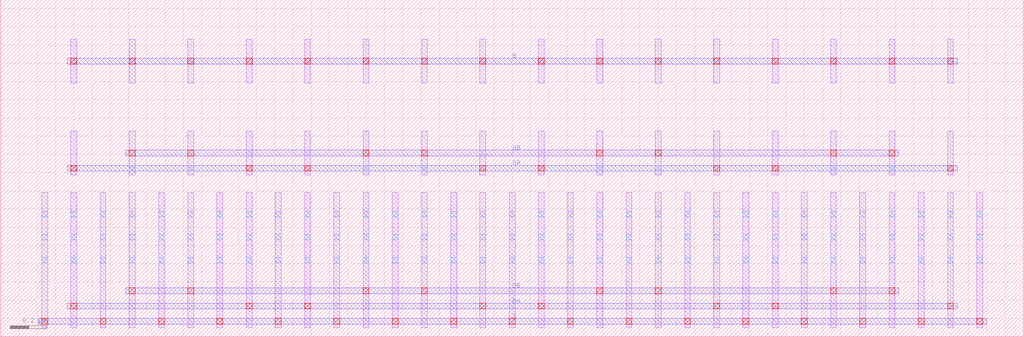
<source format=lef>
MACRO SCM_NMOS_nfin6_m16_n12_X4_Y2_ST2_LVT
  ORIGIN 0 0 ;
  FOREIGN SCM_NMOS_nfin6_m16_n12_X4_Y2_ST2_LVT 0 0 ;
  SIZE 3.0400 BY 3.0240 ;
  PIN S
    DIRECTION INOUT ;
    USE SIGNAL ;
    PORT
      LAYER M3 ;
        RECT 1.2600 0.0480 1.3000 2.7240 ;
    END
  END S
  PIN DA
    DIRECTION INOUT ;
    USE SIGNAL ;
    PORT
      LAYER M3 ;
        RECT 1.3400 0.1320 1.3800 2.1360 ;
    END
  END DA
  PIN DB
    DIRECTION INOUT ;
    USE SIGNAL ;
    PORT
      LAYER M3 ;
        RECT 1.4200 0.2160 1.4600 1.4640 ;
    END
  END DB
  OBS
    LAYER M1 ;
      RECT 0.3840 0.0480 0.4160 0.7920 ;
    LAYER M1 ;
      RECT 0.3840 0.8880 0.4160 1.1280 ;
    LAYER M1 ;
      RECT 0.3840 1.2240 0.4160 1.9680 ;
    LAYER M1 ;
      RECT 0.3840 2.0640 0.4160 2.3040 ;
    LAYER M1 ;
      RECT 0.3840 2.5680 0.4160 2.8080 ;
    LAYER M1 ;
      RECT 0.2240 0.0480 0.2560 0.7920 ;
    LAYER M1 ;
      RECT 0.2240 1.2240 0.2560 1.9680 ;
    LAYER M1 ;
      RECT 0.5440 0.0480 0.5760 0.7920 ;
    LAYER M1 ;
      RECT 0.5440 1.2240 0.5760 1.9680 ;
    LAYER M1 ;
      RECT 0.7040 0.0480 0.7360 0.7920 ;
    LAYER M1 ;
      RECT 0.7040 0.8880 0.7360 1.1280 ;
    LAYER M1 ;
      RECT 0.7040 1.2240 0.7360 1.9680 ;
    LAYER M1 ;
      RECT 0.7040 2.0640 0.7360 2.3040 ;
    LAYER M1 ;
      RECT 0.7040 2.5680 0.7360 2.8080 ;
    LAYER M1 ;
      RECT 0.8640 0.0480 0.8960 0.7920 ;
    LAYER M1 ;
      RECT 0.8640 1.2240 0.8960 1.9680 ;
    LAYER M1 ;
      RECT 1.0240 0.0480 1.0560 0.7920 ;
    LAYER M1 ;
      RECT 1.0240 0.8880 1.0560 1.1280 ;
    LAYER M1 ;
      RECT 1.0240 1.2240 1.0560 1.9680 ;
    LAYER M1 ;
      RECT 1.0240 2.0640 1.0560 2.3040 ;
    LAYER M1 ;
      RECT 1.0240 2.5680 1.0560 2.8080 ;
    LAYER M1 ;
      RECT 1.1840 0.0480 1.2160 0.7920 ;
    LAYER M1 ;
      RECT 1.1840 1.2240 1.2160 1.9680 ;
    LAYER M1 ;
      RECT 1.3440 0.0480 1.3760 0.7920 ;
    LAYER M1 ;
      RECT 1.3440 0.8880 1.3760 1.1280 ;
    LAYER M1 ;
      RECT 1.3440 1.2240 1.3760 1.9680 ;
    LAYER M1 ;
      RECT 1.3440 2.0640 1.3760 2.3040 ;
    LAYER M1 ;
      RECT 1.3440 2.5680 1.3760 2.8080 ;
    LAYER M1 ;
      RECT 1.5040 0.0480 1.5360 0.7920 ;
    LAYER M1 ;
      RECT 1.5040 1.2240 1.5360 1.9680 ;
    LAYER M1 ;
      RECT 1.6640 0.0480 1.6960 0.7920 ;
    LAYER M1 ;
      RECT 1.6640 0.8880 1.6960 1.1280 ;
    LAYER M1 ;
      RECT 1.6640 1.2240 1.6960 1.9680 ;
    LAYER M1 ;
      RECT 1.6640 2.0640 1.6960 2.3040 ;
    LAYER M1 ;
      RECT 1.6640 2.5680 1.6960 2.8080 ;
    LAYER M1 ;
      RECT 1.8240 0.0480 1.8560 0.7920 ;
    LAYER M1 ;
      RECT 1.8240 1.2240 1.8560 1.9680 ;
    LAYER M1 ;
      RECT 1.9840 0.0480 2.0160 0.7920 ;
    LAYER M1 ;
      RECT 1.9840 0.8880 2.0160 1.1280 ;
    LAYER M1 ;
      RECT 1.9840 1.2240 2.0160 1.9680 ;
    LAYER M1 ;
      RECT 1.9840 2.0640 2.0160 2.3040 ;
    LAYER M1 ;
      RECT 1.9840 2.5680 2.0160 2.8080 ;
    LAYER M1 ;
      RECT 2.1440 0.0480 2.1760 0.7920 ;
    LAYER M1 ;
      RECT 2.1440 1.2240 2.1760 1.9680 ;
    LAYER M1 ;
      RECT 2.3040 0.0480 2.3360 0.7920 ;
    LAYER M1 ;
      RECT 2.3040 0.8880 2.3360 1.1280 ;
    LAYER M1 ;
      RECT 2.3040 1.2240 2.3360 1.9680 ;
    LAYER M1 ;
      RECT 2.3040 2.0640 2.3360 2.3040 ;
    LAYER M1 ;
      RECT 2.3040 2.5680 2.3360 2.8080 ;
    LAYER M1 ;
      RECT 2.4640 0.0480 2.4960 0.7920 ;
    LAYER M1 ;
      RECT 2.4640 1.2240 2.4960 1.9680 ;
    LAYER M1 ;
      RECT 2.6240 0.0480 2.6560 0.7920 ;
    LAYER M1 ;
      RECT 2.6240 0.8880 2.6560 1.1280 ;
    LAYER M1 ;
      RECT 2.6240 1.2240 2.6560 1.9680 ;
    LAYER M1 ;
      RECT 2.6240 2.0640 2.6560 2.3040 ;
    LAYER M1 ;
      RECT 2.6240 2.5680 2.6560 2.8080 ;
    LAYER M1 ;
      RECT 2.7840 0.0480 2.8160 0.7920 ;
    LAYER M1 ;
      RECT 2.7840 1.2240 2.8160 1.9680 ;
    LAYER M2 ;
      RECT 0.2040 0.0680 2.8360 0.1000 ;
    LAYER M2 ;
      RECT 0.3640 0.9080 2.6760 0.9400 ;
    LAYER M2 ;
      RECT 0.3640 0.1520 2.6760 0.1840 ;
    LAYER M2 ;
      RECT 0.6840 0.2360 2.3560 0.2680 ;
    LAYER M2 ;
      RECT 0.3640 2.6720 2.6760 2.7040 ;
    LAYER M2 ;
      RECT 0.2040 1.2440 2.8360 1.2760 ;
    LAYER M2 ;
      RECT 0.3640 2.0840 2.6760 2.1160 ;
    LAYER M2 ;
      RECT 0.6840 1.3280 2.3560 1.3600 ;
    LAYER M2 ;
      RECT 0.3640 1.4120 2.6760 1.4440 ;
    LAYER V1 ;
      RECT 2.7840 0.0680 2.8160 0.1000 ;
    LAYER V1 ;
      RECT 2.7840 1.2440 2.8160 1.2760 ;
    LAYER V1 ;
      RECT 0.2240 0.0680 0.2560 0.1000 ;
    LAYER V1 ;
      RECT 0.2240 1.2440 0.2560 1.2760 ;
    LAYER V1 ;
      RECT 0.5440 0.0680 0.5760 0.1000 ;
    LAYER V1 ;
      RECT 0.5440 1.2440 0.5760 1.2760 ;
    LAYER V1 ;
      RECT 0.8640 0.0680 0.8960 0.1000 ;
    LAYER V1 ;
      RECT 0.8640 1.2440 0.8960 1.2760 ;
    LAYER V1 ;
      RECT 1.1840 0.0680 1.2160 0.1000 ;
    LAYER V1 ;
      RECT 1.1840 1.2440 1.2160 1.2760 ;
    LAYER V1 ;
      RECT 1.5040 0.0680 1.5360 0.1000 ;
    LAYER V1 ;
      RECT 1.5040 1.2440 1.5360 1.2760 ;
    LAYER V1 ;
      RECT 1.8240 0.0680 1.8560 0.1000 ;
    LAYER V1 ;
      RECT 1.8240 1.2440 1.8560 1.2760 ;
    LAYER V1 ;
      RECT 2.1440 0.0680 2.1760 0.1000 ;
    LAYER V1 ;
      RECT 2.1440 1.2440 2.1760 1.2760 ;
    LAYER V1 ;
      RECT 2.4640 0.0680 2.4960 0.1000 ;
    LAYER V1 ;
      RECT 2.4640 1.2440 2.4960 1.2760 ;
    LAYER V1 ;
      RECT 2.6240 0.1520 2.6560 0.1840 ;
    LAYER V1 ;
      RECT 2.6240 0.9080 2.6560 0.9400 ;
    LAYER V1 ;
      RECT 2.6240 1.4120 2.6560 1.4440 ;
    LAYER V1 ;
      RECT 2.6240 2.0840 2.6560 2.1160 ;
    LAYER V1 ;
      RECT 2.6240 2.6720 2.6560 2.7040 ;
    LAYER V1 ;
      RECT 0.3840 0.1520 0.4160 0.1840 ;
    LAYER V1 ;
      RECT 0.3840 0.9080 0.4160 0.9400 ;
    LAYER V1 ;
      RECT 0.3840 1.4120 0.4160 1.4440 ;
    LAYER V1 ;
      RECT 0.3840 2.0840 0.4160 2.1160 ;
    LAYER V1 ;
      RECT 0.3840 2.6720 0.4160 2.7040 ;
    LAYER V1 ;
      RECT 0.7040 0.2360 0.7360 0.2680 ;
    LAYER V1 ;
      RECT 0.7040 0.9080 0.7360 0.9400 ;
    LAYER V1 ;
      RECT 0.7040 1.3280 0.7360 1.3600 ;
    LAYER V1 ;
      RECT 0.7040 2.0840 0.7360 2.1160 ;
    LAYER V1 ;
      RECT 0.7040 2.6720 0.7360 2.7040 ;
    LAYER V1 ;
      RECT 1.0240 0.2360 1.0560 0.2680 ;
    LAYER V1 ;
      RECT 1.0240 0.9080 1.0560 0.9400 ;
    LAYER V1 ;
      RECT 1.0240 1.3280 1.0560 1.3600 ;
    LAYER V1 ;
      RECT 1.0240 2.0840 1.0560 2.1160 ;
    LAYER V1 ;
      RECT 1.0240 2.6720 1.0560 2.7040 ;
    LAYER V1 ;
      RECT 1.3440 0.1520 1.3760 0.1840 ;
    LAYER V1 ;
      RECT 1.3440 0.9080 1.3760 0.9400 ;
    LAYER V1 ;
      RECT 1.3440 1.4120 1.3760 1.4440 ;
    LAYER V1 ;
      RECT 1.3440 2.0840 1.3760 2.1160 ;
    LAYER V1 ;
      RECT 1.3440 2.6720 1.3760 2.7040 ;
    LAYER V1 ;
      RECT 1.6640 0.1520 1.6960 0.1840 ;
    LAYER V1 ;
      RECT 1.6640 0.9080 1.6960 0.9400 ;
    LAYER V1 ;
      RECT 1.6640 1.4120 1.6960 1.4440 ;
    LAYER V1 ;
      RECT 1.6640 2.0840 1.6960 2.1160 ;
    LAYER V1 ;
      RECT 1.6640 2.6720 1.6960 2.7040 ;
    LAYER V1 ;
      RECT 1.9840 0.2360 2.0160 0.2680 ;
    LAYER V1 ;
      RECT 1.9840 0.9080 2.0160 0.9400 ;
    LAYER V1 ;
      RECT 1.9840 1.3280 2.0160 1.3600 ;
    LAYER V1 ;
      RECT 1.9840 2.0840 2.0160 2.1160 ;
    LAYER V1 ;
      RECT 1.9840 2.6720 2.0160 2.7040 ;
    LAYER V1 ;
      RECT 2.3040 0.2360 2.3360 0.2680 ;
    LAYER V1 ;
      RECT 2.3040 0.9080 2.3360 0.9400 ;
    LAYER V1 ;
      RECT 2.3040 1.3280 2.3360 1.3600 ;
    LAYER V1 ;
      RECT 2.3040 2.0840 2.3360 2.1160 ;
    LAYER V1 ;
      RECT 2.3040 2.6720 2.3360 2.7040 ;
    LAYER V2 ;
      RECT 1.2640 0.0680 1.2960 0.1000 ;
    LAYER V2 ;
      RECT 1.2640 1.2440 1.2960 1.2760 ;
    LAYER V2 ;
      RECT 1.2640 2.6720 1.2960 2.7040 ;
    LAYER V2 ;
      RECT 1.3440 0.1520 1.3760 0.1840 ;
    LAYER V2 ;
      RECT 1.3440 0.9080 1.3760 0.9400 ;
    LAYER V2 ;
      RECT 1.3440 1.3280 1.3760 1.3600 ;
    LAYER V2 ;
      RECT 1.3440 2.0840 1.3760 2.1160 ;
    LAYER V2 ;
      RECT 1.4240 0.2360 1.4560 0.2680 ;
    LAYER V2 ;
      RECT 1.4240 1.4120 1.4560 1.4440 ;
    LAYER V0 ;
      RECT 0.3840 0.4040 0.4160 0.4360 ;
    LAYER V0 ;
      RECT 0.3840 0.5300 0.4160 0.5620 ;
    LAYER V0 ;
      RECT 0.3840 0.6560 0.4160 0.6880 ;
    LAYER V0 ;
      RECT 0.3840 0.9080 0.4160 0.9400 ;
    LAYER V0 ;
      RECT 0.3840 1.5800 0.4160 1.6120 ;
    LAYER V0 ;
      RECT 0.3840 1.7060 0.4160 1.7380 ;
    LAYER V0 ;
      RECT 0.3840 1.8320 0.4160 1.8640 ;
    LAYER V0 ;
      RECT 0.3840 2.0840 0.4160 2.1160 ;
    LAYER V0 ;
      RECT 0.3840 2.6720 0.4160 2.7040 ;
    LAYER V0 ;
      RECT 0.3840 2.6720 0.4160 2.7040 ;
    LAYER V0 ;
      RECT 0.2240 0.4040 0.2560 0.4360 ;
    LAYER V0 ;
      RECT 0.2240 0.5300 0.2560 0.5620 ;
    LAYER V0 ;
      RECT 0.2240 0.6560 0.2560 0.6880 ;
    LAYER V0 ;
      RECT 0.2240 1.5800 0.2560 1.6120 ;
    LAYER V0 ;
      RECT 0.2240 1.7060 0.2560 1.7380 ;
    LAYER V0 ;
      RECT 0.2240 1.8320 0.2560 1.8640 ;
    LAYER V0 ;
      RECT 0.5440 0.4040 0.5760 0.4360 ;
    LAYER V0 ;
      RECT 0.5440 0.4040 0.5760 0.4360 ;
    LAYER V0 ;
      RECT 0.5440 0.5300 0.5760 0.5620 ;
    LAYER V0 ;
      RECT 0.5440 0.5300 0.5760 0.5620 ;
    LAYER V0 ;
      RECT 0.5440 0.6560 0.5760 0.6880 ;
    LAYER V0 ;
      RECT 0.5440 0.6560 0.5760 0.6880 ;
    LAYER V0 ;
      RECT 0.5440 1.5800 0.5760 1.6120 ;
    LAYER V0 ;
      RECT 0.5440 1.5800 0.5760 1.6120 ;
    LAYER V0 ;
      RECT 0.5440 1.7060 0.5760 1.7380 ;
    LAYER V0 ;
      RECT 0.5440 1.7060 0.5760 1.7380 ;
    LAYER V0 ;
      RECT 0.5440 1.8320 0.5760 1.8640 ;
    LAYER V0 ;
      RECT 0.5440 1.8320 0.5760 1.8640 ;
    LAYER V0 ;
      RECT 0.7040 0.4040 0.7360 0.4360 ;
    LAYER V0 ;
      RECT 0.7040 0.5300 0.7360 0.5620 ;
    LAYER V0 ;
      RECT 0.7040 0.6560 0.7360 0.6880 ;
    LAYER V0 ;
      RECT 0.7040 0.9080 0.7360 0.9400 ;
    LAYER V0 ;
      RECT 0.7040 1.5800 0.7360 1.6120 ;
    LAYER V0 ;
      RECT 0.7040 1.7060 0.7360 1.7380 ;
    LAYER V0 ;
      RECT 0.7040 1.8320 0.7360 1.8640 ;
    LAYER V0 ;
      RECT 0.7040 2.0840 0.7360 2.1160 ;
    LAYER V0 ;
      RECT 0.7040 2.6720 0.7360 2.7040 ;
    LAYER V0 ;
      RECT 0.7040 2.6720 0.7360 2.7040 ;
    LAYER V0 ;
      RECT 0.8640 0.4040 0.8960 0.4360 ;
    LAYER V0 ;
      RECT 0.8640 0.4040 0.8960 0.4360 ;
    LAYER V0 ;
      RECT 0.8640 0.5300 0.8960 0.5620 ;
    LAYER V0 ;
      RECT 0.8640 0.5300 0.8960 0.5620 ;
    LAYER V0 ;
      RECT 0.8640 0.6560 0.8960 0.6880 ;
    LAYER V0 ;
      RECT 0.8640 0.6560 0.8960 0.6880 ;
    LAYER V0 ;
      RECT 0.8640 1.5800 0.8960 1.6120 ;
    LAYER V0 ;
      RECT 0.8640 1.5800 0.8960 1.6120 ;
    LAYER V0 ;
      RECT 0.8640 1.7060 0.8960 1.7380 ;
    LAYER V0 ;
      RECT 0.8640 1.7060 0.8960 1.7380 ;
    LAYER V0 ;
      RECT 0.8640 1.8320 0.8960 1.8640 ;
    LAYER V0 ;
      RECT 0.8640 1.8320 0.8960 1.8640 ;
    LAYER V0 ;
      RECT 1.0240 0.4040 1.0560 0.4360 ;
    LAYER V0 ;
      RECT 1.0240 0.5300 1.0560 0.5620 ;
    LAYER V0 ;
      RECT 1.0240 0.6560 1.0560 0.6880 ;
    LAYER V0 ;
      RECT 1.0240 0.9080 1.0560 0.9400 ;
    LAYER V0 ;
      RECT 1.0240 1.5800 1.0560 1.6120 ;
    LAYER V0 ;
      RECT 1.0240 1.7060 1.0560 1.7380 ;
    LAYER V0 ;
      RECT 1.0240 1.8320 1.0560 1.8640 ;
    LAYER V0 ;
      RECT 1.0240 2.0840 1.0560 2.1160 ;
    LAYER V0 ;
      RECT 1.0240 2.6720 1.0560 2.7040 ;
    LAYER V0 ;
      RECT 1.0240 2.6720 1.0560 2.7040 ;
    LAYER V0 ;
      RECT 1.1840 0.4040 1.2160 0.4360 ;
    LAYER V0 ;
      RECT 1.1840 0.4040 1.2160 0.4360 ;
    LAYER V0 ;
      RECT 1.1840 0.5300 1.2160 0.5620 ;
    LAYER V0 ;
      RECT 1.1840 0.5300 1.2160 0.5620 ;
    LAYER V0 ;
      RECT 1.1840 0.6560 1.2160 0.6880 ;
    LAYER V0 ;
      RECT 1.1840 0.6560 1.2160 0.6880 ;
    LAYER V0 ;
      RECT 1.1840 1.5800 1.2160 1.6120 ;
    LAYER V0 ;
      RECT 1.1840 1.5800 1.2160 1.6120 ;
    LAYER V0 ;
      RECT 1.1840 1.7060 1.2160 1.7380 ;
    LAYER V0 ;
      RECT 1.1840 1.7060 1.2160 1.7380 ;
    LAYER V0 ;
      RECT 1.1840 1.8320 1.2160 1.8640 ;
    LAYER V0 ;
      RECT 1.1840 1.8320 1.2160 1.8640 ;
    LAYER V0 ;
      RECT 1.3440 0.4040 1.3760 0.4360 ;
    LAYER V0 ;
      RECT 1.3440 0.5300 1.3760 0.5620 ;
    LAYER V0 ;
      RECT 1.3440 0.6560 1.3760 0.6880 ;
    LAYER V0 ;
      RECT 1.3440 0.9080 1.3760 0.9400 ;
    LAYER V0 ;
      RECT 1.3440 1.5800 1.3760 1.6120 ;
    LAYER V0 ;
      RECT 1.3440 1.7060 1.3760 1.7380 ;
    LAYER V0 ;
      RECT 1.3440 1.8320 1.3760 1.8640 ;
    LAYER V0 ;
      RECT 1.3440 2.0840 1.3760 2.1160 ;
    LAYER V0 ;
      RECT 1.3440 2.6720 1.3760 2.7040 ;
    LAYER V0 ;
      RECT 1.3440 2.6720 1.3760 2.7040 ;
    LAYER V0 ;
      RECT 1.5040 0.4040 1.5360 0.4360 ;
    LAYER V0 ;
      RECT 1.5040 0.4040 1.5360 0.4360 ;
    LAYER V0 ;
      RECT 1.5040 0.5300 1.5360 0.5620 ;
    LAYER V0 ;
      RECT 1.5040 0.5300 1.5360 0.5620 ;
    LAYER V0 ;
      RECT 1.5040 0.6560 1.5360 0.6880 ;
    LAYER V0 ;
      RECT 1.5040 0.6560 1.5360 0.6880 ;
    LAYER V0 ;
      RECT 1.5040 1.5800 1.5360 1.6120 ;
    LAYER V0 ;
      RECT 1.5040 1.5800 1.5360 1.6120 ;
    LAYER V0 ;
      RECT 1.5040 1.7060 1.5360 1.7380 ;
    LAYER V0 ;
      RECT 1.5040 1.7060 1.5360 1.7380 ;
    LAYER V0 ;
      RECT 1.5040 1.8320 1.5360 1.8640 ;
    LAYER V0 ;
      RECT 1.5040 1.8320 1.5360 1.8640 ;
    LAYER V0 ;
      RECT 1.6640 0.4040 1.6960 0.4360 ;
    LAYER V0 ;
      RECT 1.6640 0.5300 1.6960 0.5620 ;
    LAYER V0 ;
      RECT 1.6640 0.6560 1.6960 0.6880 ;
    LAYER V0 ;
      RECT 1.6640 0.9080 1.6960 0.9400 ;
    LAYER V0 ;
      RECT 1.6640 1.5800 1.6960 1.6120 ;
    LAYER V0 ;
      RECT 1.6640 1.7060 1.6960 1.7380 ;
    LAYER V0 ;
      RECT 1.6640 1.8320 1.6960 1.8640 ;
    LAYER V0 ;
      RECT 1.6640 2.0840 1.6960 2.1160 ;
    LAYER V0 ;
      RECT 1.6640 2.6720 1.6960 2.7040 ;
    LAYER V0 ;
      RECT 1.6640 2.6720 1.6960 2.7040 ;
    LAYER V0 ;
      RECT 1.8240 0.4040 1.8560 0.4360 ;
    LAYER V0 ;
      RECT 1.8240 0.4040 1.8560 0.4360 ;
    LAYER V0 ;
      RECT 1.8240 0.5300 1.8560 0.5620 ;
    LAYER V0 ;
      RECT 1.8240 0.5300 1.8560 0.5620 ;
    LAYER V0 ;
      RECT 1.8240 0.6560 1.8560 0.6880 ;
    LAYER V0 ;
      RECT 1.8240 0.6560 1.8560 0.6880 ;
    LAYER V0 ;
      RECT 1.8240 1.5800 1.8560 1.6120 ;
    LAYER V0 ;
      RECT 1.8240 1.5800 1.8560 1.6120 ;
    LAYER V0 ;
      RECT 1.8240 1.7060 1.8560 1.7380 ;
    LAYER V0 ;
      RECT 1.8240 1.7060 1.8560 1.7380 ;
    LAYER V0 ;
      RECT 1.8240 1.8320 1.8560 1.8640 ;
    LAYER V0 ;
      RECT 1.8240 1.8320 1.8560 1.8640 ;
    LAYER V0 ;
      RECT 1.9840 0.4040 2.0160 0.4360 ;
    LAYER V0 ;
      RECT 1.9840 0.5300 2.0160 0.5620 ;
    LAYER V0 ;
      RECT 1.9840 0.6560 2.0160 0.6880 ;
    LAYER V0 ;
      RECT 1.9840 0.9080 2.0160 0.9400 ;
    LAYER V0 ;
      RECT 1.9840 1.5800 2.0160 1.6120 ;
    LAYER V0 ;
      RECT 1.9840 1.7060 2.0160 1.7380 ;
    LAYER V0 ;
      RECT 1.9840 1.8320 2.0160 1.8640 ;
    LAYER V0 ;
      RECT 1.9840 2.0840 2.0160 2.1160 ;
    LAYER V0 ;
      RECT 1.9840 2.6720 2.0160 2.7040 ;
    LAYER V0 ;
      RECT 1.9840 2.6720 2.0160 2.7040 ;
    LAYER V0 ;
      RECT 2.1440 0.4040 2.1760 0.4360 ;
    LAYER V0 ;
      RECT 2.1440 0.4040 2.1760 0.4360 ;
    LAYER V0 ;
      RECT 2.1440 0.5300 2.1760 0.5620 ;
    LAYER V0 ;
      RECT 2.1440 0.5300 2.1760 0.5620 ;
    LAYER V0 ;
      RECT 2.1440 0.6560 2.1760 0.6880 ;
    LAYER V0 ;
      RECT 2.1440 0.6560 2.1760 0.6880 ;
    LAYER V0 ;
      RECT 2.1440 1.5800 2.1760 1.6120 ;
    LAYER V0 ;
      RECT 2.1440 1.5800 2.1760 1.6120 ;
    LAYER V0 ;
      RECT 2.1440 1.7060 2.1760 1.7380 ;
    LAYER V0 ;
      RECT 2.1440 1.7060 2.1760 1.7380 ;
    LAYER V0 ;
      RECT 2.1440 1.8320 2.1760 1.8640 ;
    LAYER V0 ;
      RECT 2.1440 1.8320 2.1760 1.8640 ;
    LAYER V0 ;
      RECT 2.3040 0.4040 2.3360 0.4360 ;
    LAYER V0 ;
      RECT 2.3040 0.5300 2.3360 0.5620 ;
    LAYER V0 ;
      RECT 2.3040 0.6560 2.3360 0.6880 ;
    LAYER V0 ;
      RECT 2.3040 0.9080 2.3360 0.9400 ;
    LAYER V0 ;
      RECT 2.3040 1.5800 2.3360 1.6120 ;
    LAYER V0 ;
      RECT 2.3040 1.7060 2.3360 1.7380 ;
    LAYER V0 ;
      RECT 2.3040 1.8320 2.3360 1.8640 ;
    LAYER V0 ;
      RECT 2.3040 2.0840 2.3360 2.1160 ;
    LAYER V0 ;
      RECT 2.3040 2.6720 2.3360 2.7040 ;
    LAYER V0 ;
      RECT 2.3040 2.6720 2.3360 2.7040 ;
    LAYER V0 ;
      RECT 2.4640 0.4040 2.4960 0.4360 ;
    LAYER V0 ;
      RECT 2.4640 0.4040 2.4960 0.4360 ;
    LAYER V0 ;
      RECT 2.4640 0.5300 2.4960 0.5620 ;
    LAYER V0 ;
      RECT 2.4640 0.5300 2.4960 0.5620 ;
    LAYER V0 ;
      RECT 2.4640 0.6560 2.4960 0.6880 ;
    LAYER V0 ;
      RECT 2.4640 0.6560 2.4960 0.6880 ;
    LAYER V0 ;
      RECT 2.4640 1.5800 2.4960 1.6120 ;
    LAYER V0 ;
      RECT 2.4640 1.5800 2.4960 1.6120 ;
    LAYER V0 ;
      RECT 2.4640 1.7060 2.4960 1.7380 ;
    LAYER V0 ;
      RECT 2.4640 1.7060 2.4960 1.7380 ;
    LAYER V0 ;
      RECT 2.4640 1.8320 2.4960 1.8640 ;
    LAYER V0 ;
      RECT 2.4640 1.8320 2.4960 1.8640 ;
    LAYER V0 ;
      RECT 2.6240 0.4040 2.6560 0.4360 ;
    LAYER V0 ;
      RECT 2.6240 0.5300 2.6560 0.5620 ;
    LAYER V0 ;
      RECT 2.6240 0.6560 2.6560 0.6880 ;
    LAYER V0 ;
      RECT 2.6240 0.9080 2.6560 0.9400 ;
    LAYER V0 ;
      RECT 2.6240 1.5800 2.6560 1.6120 ;
    LAYER V0 ;
      RECT 2.6240 1.7060 2.6560 1.7380 ;
    LAYER V0 ;
      RECT 2.6240 1.8320 2.6560 1.8640 ;
    LAYER V0 ;
      RECT 2.6240 2.0840 2.6560 2.1160 ;
    LAYER V0 ;
      RECT 2.6240 2.6720 2.6560 2.7040 ;
    LAYER V0 ;
      RECT 2.6240 2.6720 2.6560 2.7040 ;
    LAYER V0 ;
      RECT 2.7840 0.4040 2.8160 0.4360 ;
    LAYER V0 ;
      RECT 2.7840 0.5300 2.8160 0.5620 ;
    LAYER V0 ;
      RECT 2.7840 0.6560 2.8160 0.6880 ;
    LAYER V0 ;
      RECT 2.7840 1.5800 2.8160 1.6120 ;
    LAYER V0 ;
      RECT 2.7840 1.7060 2.8160 1.7380 ;
    LAYER V0 ;
      RECT 2.7840 1.8320 2.8160 1.8640 ;
  END
END SCM_NMOS_nfin6_m16_n12_X4_Y2_ST2_LVT
MACRO DCL_PMOS_nfin6_m8_n12_X2_Y2_ST2_LVT
  ORIGIN 0 0 ;
  FOREIGN DCL_PMOS_nfin6_m8_n12_X2_Y2_ST2_LVT 0 0 ;
  SIZE 1.1200 BY 3.0240 ;
  PIN S
    DIRECTION INOUT ;
    USE SIGNAL ;
    PORT
      LAYER M3 ;
        RECT 0.3800 0.0480 0.4200 2.7240 ;
    END
  END S
  PIN D
    DIRECTION INOUT ;
    USE SIGNAL ;
    PORT
      LAYER M3 ;
        RECT 0.4600 0.1320 0.5000 2.1360 ;
    END
  END D
  OBS
    LAYER M1 ;
      RECT 0.3840 0.0480 0.4160 0.7920 ;
    LAYER M1 ;
      RECT 0.3840 0.8880 0.4160 1.1280 ;
    LAYER M1 ;
      RECT 0.3840 1.2240 0.4160 1.9680 ;
    LAYER M1 ;
      RECT 0.3840 2.0640 0.4160 2.3040 ;
    LAYER M1 ;
      RECT 0.3840 2.5680 0.4160 2.8080 ;
    LAYER M1 ;
      RECT 0.2240 0.0480 0.2560 0.7920 ;
    LAYER M1 ;
      RECT 0.2240 1.2240 0.2560 1.9680 ;
    LAYER M1 ;
      RECT 0.5440 0.0480 0.5760 0.7920 ;
    LAYER M1 ;
      RECT 0.5440 1.2240 0.5760 1.9680 ;
    LAYER M1 ;
      RECT 0.7040 0.0480 0.7360 0.7920 ;
    LAYER M1 ;
      RECT 0.7040 0.8880 0.7360 1.1280 ;
    LAYER M1 ;
      RECT 0.7040 1.2240 0.7360 1.9680 ;
    LAYER M1 ;
      RECT 0.7040 2.0640 0.7360 2.3040 ;
    LAYER M1 ;
      RECT 0.7040 2.5680 0.7360 2.8080 ;
    LAYER M1 ;
      RECT 0.8640 0.0480 0.8960 0.7920 ;
    LAYER M1 ;
      RECT 0.8640 1.2240 0.8960 1.9680 ;
    LAYER M2 ;
      RECT 0.2040 0.0680 0.9160 0.1000 ;
    LAYER M2 ;
      RECT 0.3640 0.9080 0.7560 0.9400 ;
    LAYER M2 ;
      RECT 0.3640 0.1520 0.7560 0.1840 ;
    LAYER M2 ;
      RECT 0.3640 2.6720 0.7560 2.7040 ;
    LAYER M2 ;
      RECT 0.2040 1.2440 0.9160 1.2760 ;
    LAYER M2 ;
      RECT 0.3640 2.0840 0.7560 2.1160 ;
    LAYER M2 ;
      RECT 0.3640 1.3280 0.7560 1.3600 ;
    LAYER V1 ;
      RECT 0.2240 0.0680 0.2560 0.1000 ;
    LAYER V1 ;
      RECT 0.2240 1.2440 0.2560 1.2760 ;
    LAYER V1 ;
      RECT 0.8640 0.0680 0.8960 0.1000 ;
    LAYER V1 ;
      RECT 0.8640 1.2440 0.8960 1.2760 ;
    LAYER V1 ;
      RECT 0.5440 0.0680 0.5760 0.1000 ;
    LAYER V1 ;
      RECT 0.5440 1.2440 0.5760 1.2760 ;
    LAYER V1 ;
      RECT 0.7040 0.1520 0.7360 0.1840 ;
    LAYER V1 ;
      RECT 0.7040 0.9080 0.7360 0.9400 ;
    LAYER V1 ;
      RECT 0.7040 1.3280 0.7360 1.3600 ;
    LAYER V1 ;
      RECT 0.7040 2.0840 0.7360 2.1160 ;
    LAYER V1 ;
      RECT 0.7040 2.6720 0.7360 2.7040 ;
    LAYER V1 ;
      RECT 0.3840 0.1520 0.4160 0.1840 ;
    LAYER V1 ;
      RECT 0.3840 0.9080 0.4160 0.9400 ;
    LAYER V1 ;
      RECT 0.3840 1.3280 0.4160 1.3600 ;
    LAYER V1 ;
      RECT 0.3840 2.0840 0.4160 2.1160 ;
    LAYER V1 ;
      RECT 0.3840 2.6720 0.4160 2.7040 ;
    LAYER V2 ;
      RECT 0.3840 0.0680 0.4160 0.1000 ;
    LAYER V2 ;
      RECT 0.3840 1.2440 0.4160 1.2760 ;
    LAYER V2 ;
      RECT 0.3840 2.6720 0.4160 2.7040 ;
    LAYER V2 ;
      RECT 0.4640 0.1520 0.4960 0.1840 ;
    LAYER V2 ;
      RECT 0.4640 0.9080 0.4960 0.9400 ;
    LAYER V2 ;
      RECT 0.4640 1.3280 0.4960 1.3600 ;
    LAYER V2 ;
      RECT 0.4640 2.0840 0.4960 2.1160 ;
    LAYER V0 ;
      RECT 0.3840 0.4040 0.4160 0.4360 ;
    LAYER V0 ;
      RECT 0.3840 0.5300 0.4160 0.5620 ;
    LAYER V0 ;
      RECT 0.3840 0.6560 0.4160 0.6880 ;
    LAYER V0 ;
      RECT 0.3840 0.9080 0.4160 0.9400 ;
    LAYER V0 ;
      RECT 0.3840 1.5800 0.4160 1.6120 ;
    LAYER V0 ;
      RECT 0.3840 1.7060 0.4160 1.7380 ;
    LAYER V0 ;
      RECT 0.3840 1.8320 0.4160 1.8640 ;
    LAYER V0 ;
      RECT 0.3840 2.0840 0.4160 2.1160 ;
    LAYER V0 ;
      RECT 0.3840 2.6720 0.4160 2.7040 ;
    LAYER V0 ;
      RECT 0.3840 2.6720 0.4160 2.7040 ;
    LAYER V0 ;
      RECT 0.2240 0.4040 0.2560 0.4360 ;
    LAYER V0 ;
      RECT 0.2240 0.5300 0.2560 0.5620 ;
    LAYER V0 ;
      RECT 0.2240 0.6560 0.2560 0.6880 ;
    LAYER V0 ;
      RECT 0.2240 1.5800 0.2560 1.6120 ;
    LAYER V0 ;
      RECT 0.2240 1.7060 0.2560 1.7380 ;
    LAYER V0 ;
      RECT 0.2240 1.8320 0.2560 1.8640 ;
    LAYER V0 ;
      RECT 0.5440 0.4040 0.5760 0.4360 ;
    LAYER V0 ;
      RECT 0.5440 0.4040 0.5760 0.4360 ;
    LAYER V0 ;
      RECT 0.5440 0.5300 0.5760 0.5620 ;
    LAYER V0 ;
      RECT 0.5440 0.5300 0.5760 0.5620 ;
    LAYER V0 ;
      RECT 0.5440 0.6560 0.5760 0.6880 ;
    LAYER V0 ;
      RECT 0.5440 0.6560 0.5760 0.6880 ;
    LAYER V0 ;
      RECT 0.5440 1.5800 0.5760 1.6120 ;
    LAYER V0 ;
      RECT 0.5440 1.5800 0.5760 1.6120 ;
    LAYER V0 ;
      RECT 0.5440 1.7060 0.5760 1.7380 ;
    LAYER V0 ;
      RECT 0.5440 1.7060 0.5760 1.7380 ;
    LAYER V0 ;
      RECT 0.5440 1.8320 0.5760 1.8640 ;
    LAYER V0 ;
      RECT 0.5440 1.8320 0.5760 1.8640 ;
    LAYER V0 ;
      RECT 0.7040 0.4040 0.7360 0.4360 ;
    LAYER V0 ;
      RECT 0.7040 0.5300 0.7360 0.5620 ;
    LAYER V0 ;
      RECT 0.7040 0.6560 0.7360 0.6880 ;
    LAYER V0 ;
      RECT 0.7040 0.9080 0.7360 0.9400 ;
    LAYER V0 ;
      RECT 0.7040 1.5800 0.7360 1.6120 ;
    LAYER V0 ;
      RECT 0.7040 1.7060 0.7360 1.7380 ;
    LAYER V0 ;
      RECT 0.7040 1.8320 0.7360 1.8640 ;
    LAYER V0 ;
      RECT 0.7040 2.0840 0.7360 2.1160 ;
    LAYER V0 ;
      RECT 0.7040 2.6720 0.7360 2.7040 ;
    LAYER V0 ;
      RECT 0.7040 2.6720 0.7360 2.7040 ;
    LAYER V0 ;
      RECT 0.8640 0.4040 0.8960 0.4360 ;
    LAYER V0 ;
      RECT 0.8640 0.5300 0.8960 0.5620 ;
    LAYER V0 ;
      RECT 0.8640 0.6560 0.8960 0.6880 ;
    LAYER V0 ;
      RECT 0.8640 1.5800 0.8960 1.6120 ;
    LAYER V0 ;
      RECT 0.8640 1.7060 0.8960 1.7380 ;
    LAYER V0 ;
      RECT 0.8640 1.8320 0.8960 1.8640 ;
  END
END DCL_PMOS_nfin6_m8_n12_X2_Y2_ST2_LVT
MACRO DP_NMOS_B_nfin6_m16_n12_X8_Y1_ST2_LVT
  ORIGIN 0 0 ;
  FOREIGN DP_NMOS_B_nfin6_m16_n12_X8_Y1_ST2_LVT 0 0 ;
  SIZE 5.6000 BY 1.8480 ;
  PIN S
    DIRECTION INOUT ;
    USE SIGNAL ;
    PORT
      LAYER M2 ;
        RECT 0.2040 0.0680 5.3960 0.1000 ;
    END
  END S
  PIN DA
    DIRECTION INOUT ;
    USE SIGNAL ;
    PORT
      LAYER M2 ;
        RECT 0.3640 0.1520 5.2360 0.1840 ;
    END
  END DA
  PIN DB
    DIRECTION INOUT ;
    USE SIGNAL ;
    PORT
      LAYER M2 ;
        RECT 0.6840 0.2360 4.9160 0.2680 ;
    END
  END DB
  PIN GA
    DIRECTION INOUT ;
    USE SIGNAL ;
    PORT
      LAYER M2 ;
        RECT 0.3640 0.9080 5.2360 0.9400 ;
    END
  END GA
  PIN GB
    DIRECTION INOUT ;
    USE SIGNAL ;
    PORT
      LAYER M2 ;
        RECT 0.6840 0.9920 4.9160 1.0240 ;
    END
  END GB
  PIN B
    DIRECTION INOUT ;
    USE SIGNAL ;
    PORT
      LAYER M2 ;
        RECT 0.3640 1.4960 5.2360 1.5280 ;
    END
  END B
  OBS
    LAYER M1 ;
      RECT 0.3840 0.0480 0.4160 0.7920 ;
    LAYER M1 ;
      RECT 0.3840 0.8880 0.4160 1.1280 ;
    LAYER M1 ;
      RECT 0.3840 1.3920 0.4160 1.6320 ;
    LAYER M1 ;
      RECT 0.2240 0.0480 0.2560 0.7920 ;
    LAYER M1 ;
      RECT 0.5440 0.0480 0.5760 0.7920 ;
    LAYER M1 ;
      RECT 0.7040 0.0480 0.7360 0.7920 ;
    LAYER M1 ;
      RECT 0.7040 0.8880 0.7360 1.1280 ;
    LAYER M1 ;
      RECT 0.7040 1.3920 0.7360 1.6320 ;
    LAYER M1 ;
      RECT 0.8640 0.0480 0.8960 0.7920 ;
    LAYER M1 ;
      RECT 1.0240 0.0480 1.0560 0.7920 ;
    LAYER M1 ;
      RECT 1.0240 0.8880 1.0560 1.1280 ;
    LAYER M1 ;
      RECT 1.0240 1.3920 1.0560 1.6320 ;
    LAYER M1 ;
      RECT 1.1840 0.0480 1.2160 0.7920 ;
    LAYER M1 ;
      RECT 1.3440 0.0480 1.3760 0.7920 ;
    LAYER M1 ;
      RECT 1.3440 0.8880 1.3760 1.1280 ;
    LAYER M1 ;
      RECT 1.3440 1.3920 1.3760 1.6320 ;
    LAYER M1 ;
      RECT 1.5040 0.0480 1.5360 0.7920 ;
    LAYER M1 ;
      RECT 1.6640 0.0480 1.6960 0.7920 ;
    LAYER M1 ;
      RECT 1.6640 0.8880 1.6960 1.1280 ;
    LAYER M1 ;
      RECT 1.6640 1.3920 1.6960 1.6320 ;
    LAYER M1 ;
      RECT 1.8240 0.0480 1.8560 0.7920 ;
    LAYER M1 ;
      RECT 1.9840 0.0480 2.0160 0.7920 ;
    LAYER M1 ;
      RECT 1.9840 0.8880 2.0160 1.1280 ;
    LAYER M1 ;
      RECT 1.9840 1.3920 2.0160 1.6320 ;
    LAYER M1 ;
      RECT 2.1440 0.0480 2.1760 0.7920 ;
    LAYER M1 ;
      RECT 2.3040 0.0480 2.3360 0.7920 ;
    LAYER M1 ;
      RECT 2.3040 0.8880 2.3360 1.1280 ;
    LAYER M1 ;
      RECT 2.3040 1.3920 2.3360 1.6320 ;
    LAYER M1 ;
      RECT 2.4640 0.0480 2.4960 0.7920 ;
    LAYER M1 ;
      RECT 2.6240 0.0480 2.6560 0.7920 ;
    LAYER M1 ;
      RECT 2.6240 0.8880 2.6560 1.1280 ;
    LAYER M1 ;
      RECT 2.6240 1.3920 2.6560 1.6320 ;
    LAYER M1 ;
      RECT 2.7840 0.0480 2.8160 0.7920 ;
    LAYER M1 ;
      RECT 2.9440 0.0480 2.9760 0.7920 ;
    LAYER M1 ;
      RECT 2.9440 0.8880 2.9760 1.1280 ;
    LAYER M1 ;
      RECT 2.9440 1.3920 2.9760 1.6320 ;
    LAYER M1 ;
      RECT 3.1040 0.0480 3.1360 0.7920 ;
    LAYER M1 ;
      RECT 3.2640 0.0480 3.2960 0.7920 ;
    LAYER M1 ;
      RECT 3.2640 0.8880 3.2960 1.1280 ;
    LAYER M1 ;
      RECT 3.2640 1.3920 3.2960 1.6320 ;
    LAYER M1 ;
      RECT 3.4240 0.0480 3.4560 0.7920 ;
    LAYER M1 ;
      RECT 3.5840 0.0480 3.6160 0.7920 ;
    LAYER M1 ;
      RECT 3.5840 0.8880 3.6160 1.1280 ;
    LAYER M1 ;
      RECT 3.5840 1.3920 3.6160 1.6320 ;
    LAYER M1 ;
      RECT 3.7440 0.0480 3.7760 0.7920 ;
    LAYER M1 ;
      RECT 3.9040 0.0480 3.9360 0.7920 ;
    LAYER M1 ;
      RECT 3.9040 0.8880 3.9360 1.1280 ;
    LAYER M1 ;
      RECT 3.9040 1.3920 3.9360 1.6320 ;
    LAYER M1 ;
      RECT 4.0640 0.0480 4.0960 0.7920 ;
    LAYER M1 ;
      RECT 4.2240 0.0480 4.2560 0.7920 ;
    LAYER M1 ;
      RECT 4.2240 0.8880 4.2560 1.1280 ;
    LAYER M1 ;
      RECT 4.2240 1.3920 4.2560 1.6320 ;
    LAYER M1 ;
      RECT 4.3840 0.0480 4.4160 0.7920 ;
    LAYER M1 ;
      RECT 4.5440 0.0480 4.5760 0.7920 ;
    LAYER M1 ;
      RECT 4.5440 0.8880 4.5760 1.1280 ;
    LAYER M1 ;
      RECT 4.5440 1.3920 4.5760 1.6320 ;
    LAYER M1 ;
      RECT 4.7040 0.0480 4.7360 0.7920 ;
    LAYER M1 ;
      RECT 4.8640 0.0480 4.8960 0.7920 ;
    LAYER M1 ;
      RECT 4.8640 0.8880 4.8960 1.1280 ;
    LAYER M1 ;
      RECT 4.8640 1.3920 4.8960 1.6320 ;
    LAYER M1 ;
      RECT 5.0240 0.0480 5.0560 0.7920 ;
    LAYER M1 ;
      RECT 5.1840 0.0480 5.2160 0.7920 ;
    LAYER M1 ;
      RECT 5.1840 0.8880 5.2160 1.1280 ;
    LAYER M1 ;
      RECT 5.1840 1.3920 5.2160 1.6320 ;
    LAYER M1 ;
      RECT 5.3440 0.0480 5.3760 0.7920 ;
    LAYER V1 ;
      RECT 5.3440 0.0680 5.3760 0.1000 ;
    LAYER V1 ;
      RECT 2.7840 0.0680 2.8160 0.1000 ;
    LAYER V1 ;
      RECT 0.2240 0.0680 0.2560 0.1000 ;
    LAYER V1 ;
      RECT 3.1040 0.0680 3.1360 0.1000 ;
    LAYER V1 ;
      RECT 0.5440 0.0680 0.5760 0.1000 ;
    LAYER V1 ;
      RECT 4.7040 0.0680 4.7360 0.1000 ;
    LAYER V1 ;
      RECT 3.4240 0.0680 3.4560 0.1000 ;
    LAYER V1 ;
      RECT 0.8640 0.0680 0.8960 0.1000 ;
    LAYER V1 ;
      RECT 1.1840 0.0680 1.2160 0.1000 ;
    LAYER V1 ;
      RECT 3.7440 0.0680 3.7760 0.1000 ;
    LAYER V1 ;
      RECT 4.0640 0.0680 4.0960 0.1000 ;
    LAYER V1 ;
      RECT 1.8240 0.0680 1.8560 0.1000 ;
    LAYER V1 ;
      RECT 1.5040 0.0680 1.5360 0.1000 ;
    LAYER V1 ;
      RECT 4.3840 0.0680 4.4160 0.1000 ;
    LAYER V1 ;
      RECT 2.1440 0.0680 2.1760 0.1000 ;
    LAYER V1 ;
      RECT 5.0240 0.0680 5.0560 0.1000 ;
    LAYER V1 ;
      RECT 2.4640 0.0680 2.4960 0.1000 ;
    LAYER V1 ;
      RECT 2.6240 0.1520 2.6560 0.1840 ;
    LAYER V1 ;
      RECT 2.6240 0.9080 2.6560 0.9400 ;
    LAYER V1 ;
      RECT 2.6240 1.4960 2.6560 1.5280 ;
    LAYER V1 ;
      RECT 5.1840 0.1520 5.2160 0.1840 ;
    LAYER V1 ;
      RECT 5.1840 0.9080 5.2160 0.9400 ;
    LAYER V1 ;
      RECT 5.1840 1.4960 5.2160 1.5280 ;
    LAYER V1 ;
      RECT 2.9440 0.1520 2.9760 0.1840 ;
    LAYER V1 ;
      RECT 2.9440 0.9080 2.9760 0.9400 ;
    LAYER V1 ;
      RECT 2.9440 1.4960 2.9760 1.5280 ;
    LAYER V1 ;
      RECT 0.3840 0.1520 0.4160 0.1840 ;
    LAYER V1 ;
      RECT 0.3840 0.9080 0.4160 0.9400 ;
    LAYER V1 ;
      RECT 0.3840 1.4960 0.4160 1.5280 ;
    LAYER V1 ;
      RECT 3.9040 0.1520 3.9360 0.1840 ;
    LAYER V1 ;
      RECT 3.9040 0.9080 3.9360 0.9400 ;
    LAYER V1 ;
      RECT 3.9040 1.4960 3.9360 1.5280 ;
    LAYER V1 ;
      RECT 1.3440 0.1520 1.3760 0.1840 ;
    LAYER V1 ;
      RECT 1.3440 0.9080 1.3760 0.9400 ;
    LAYER V1 ;
      RECT 1.3440 1.4960 1.3760 1.5280 ;
    LAYER V1 ;
      RECT 1.6640 0.1520 1.6960 0.1840 ;
    LAYER V1 ;
      RECT 1.6640 0.9080 1.6960 0.9400 ;
    LAYER V1 ;
      RECT 1.6640 1.4960 1.6960 1.5280 ;
    LAYER V1 ;
      RECT 4.2240 0.1520 4.2560 0.1840 ;
    LAYER V1 ;
      RECT 4.2240 0.9080 4.2560 0.9400 ;
    LAYER V1 ;
      RECT 4.2240 1.4960 4.2560 1.5280 ;
    LAYER V1 ;
      RECT 0.7040 0.2360 0.7360 0.2680 ;
    LAYER V1 ;
      RECT 0.7040 0.9920 0.7360 1.0240 ;
    LAYER V1 ;
      RECT 0.7040 1.4960 0.7360 1.5280 ;
    LAYER V1 ;
      RECT 3.2640 0.2360 3.2960 0.2680 ;
    LAYER V1 ;
      RECT 3.2640 0.9920 3.2960 1.0240 ;
    LAYER V1 ;
      RECT 3.2640 1.4960 3.2960 1.5280 ;
    LAYER V1 ;
      RECT 3.5840 0.2360 3.6160 0.2680 ;
    LAYER V1 ;
      RECT 3.5840 0.9920 3.6160 1.0240 ;
    LAYER V1 ;
      RECT 3.5840 1.4960 3.6160 1.5280 ;
    LAYER V1 ;
      RECT 1.0240 0.2360 1.0560 0.2680 ;
    LAYER V1 ;
      RECT 1.0240 0.9920 1.0560 1.0240 ;
    LAYER V1 ;
      RECT 1.0240 1.4960 1.0560 1.5280 ;
    LAYER V1 ;
      RECT 2.3040 0.2360 2.3360 0.2680 ;
    LAYER V1 ;
      RECT 2.3040 0.9920 2.3360 1.0240 ;
    LAYER V1 ;
      RECT 2.3040 1.4960 2.3360 1.5280 ;
    LAYER V1 ;
      RECT 1.9840 0.2360 2.0160 0.2680 ;
    LAYER V1 ;
      RECT 1.9840 0.9920 2.0160 1.0240 ;
    LAYER V1 ;
      RECT 1.9840 1.4960 2.0160 1.5280 ;
    LAYER V1 ;
      RECT 4.8640 0.2360 4.8960 0.2680 ;
    LAYER V1 ;
      RECT 4.8640 0.9920 4.8960 1.0240 ;
    LAYER V1 ;
      RECT 4.8640 1.4960 4.8960 1.5280 ;
    LAYER V1 ;
      RECT 4.5440 0.2360 4.5760 0.2680 ;
    LAYER V1 ;
      RECT 4.5440 0.9920 4.5760 1.0240 ;
    LAYER V1 ;
      RECT 4.5440 1.4960 4.5760 1.5280 ;
    LAYER V0 ;
      RECT 0.3840 0.4040 0.4160 0.4360 ;
    LAYER V0 ;
      RECT 0.3840 0.5300 0.4160 0.5620 ;
    LAYER V0 ;
      RECT 0.3840 0.6560 0.4160 0.6880 ;
    LAYER V0 ;
      RECT 0.3840 0.9080 0.4160 0.9400 ;
    LAYER V0 ;
      RECT 0.3840 1.4960 0.4160 1.5280 ;
    LAYER V0 ;
      RECT 0.2240 0.4040 0.2560 0.4360 ;
    LAYER V0 ;
      RECT 0.2240 0.5300 0.2560 0.5620 ;
    LAYER V0 ;
      RECT 0.2240 0.6560 0.2560 0.6880 ;
    LAYER V0 ;
      RECT 0.5440 0.4040 0.5760 0.4360 ;
    LAYER V0 ;
      RECT 0.5440 0.4040 0.5760 0.4360 ;
    LAYER V0 ;
      RECT 0.5440 0.5300 0.5760 0.5620 ;
    LAYER V0 ;
      RECT 0.5440 0.5300 0.5760 0.5620 ;
    LAYER V0 ;
      RECT 0.5440 0.6560 0.5760 0.6880 ;
    LAYER V0 ;
      RECT 0.5440 0.6560 0.5760 0.6880 ;
    LAYER V0 ;
      RECT 0.7040 0.4040 0.7360 0.4360 ;
    LAYER V0 ;
      RECT 0.7040 0.5300 0.7360 0.5620 ;
    LAYER V0 ;
      RECT 0.7040 0.6560 0.7360 0.6880 ;
    LAYER V0 ;
      RECT 0.7040 0.9080 0.7360 0.9400 ;
    LAYER V0 ;
      RECT 0.7040 1.4960 0.7360 1.5280 ;
    LAYER V0 ;
      RECT 0.8640 0.4040 0.8960 0.4360 ;
    LAYER V0 ;
      RECT 0.8640 0.4040 0.8960 0.4360 ;
    LAYER V0 ;
      RECT 0.8640 0.5300 0.8960 0.5620 ;
    LAYER V0 ;
      RECT 0.8640 0.5300 0.8960 0.5620 ;
    LAYER V0 ;
      RECT 0.8640 0.6560 0.8960 0.6880 ;
    LAYER V0 ;
      RECT 0.8640 0.6560 0.8960 0.6880 ;
    LAYER V0 ;
      RECT 1.0240 0.4040 1.0560 0.4360 ;
    LAYER V0 ;
      RECT 1.0240 0.5300 1.0560 0.5620 ;
    LAYER V0 ;
      RECT 1.0240 0.6560 1.0560 0.6880 ;
    LAYER V0 ;
      RECT 1.0240 0.9080 1.0560 0.9400 ;
    LAYER V0 ;
      RECT 1.0240 1.4960 1.0560 1.5280 ;
    LAYER V0 ;
      RECT 1.1840 0.4040 1.2160 0.4360 ;
    LAYER V0 ;
      RECT 1.1840 0.4040 1.2160 0.4360 ;
    LAYER V0 ;
      RECT 1.1840 0.5300 1.2160 0.5620 ;
    LAYER V0 ;
      RECT 1.1840 0.5300 1.2160 0.5620 ;
    LAYER V0 ;
      RECT 1.1840 0.6560 1.2160 0.6880 ;
    LAYER V0 ;
      RECT 1.1840 0.6560 1.2160 0.6880 ;
    LAYER V0 ;
      RECT 1.3440 0.4040 1.3760 0.4360 ;
    LAYER V0 ;
      RECT 1.3440 0.5300 1.3760 0.5620 ;
    LAYER V0 ;
      RECT 1.3440 0.6560 1.3760 0.6880 ;
    LAYER V0 ;
      RECT 1.3440 0.9080 1.3760 0.9400 ;
    LAYER V0 ;
      RECT 1.3440 1.4960 1.3760 1.5280 ;
    LAYER V0 ;
      RECT 1.5040 0.4040 1.5360 0.4360 ;
    LAYER V0 ;
      RECT 1.5040 0.4040 1.5360 0.4360 ;
    LAYER V0 ;
      RECT 1.5040 0.5300 1.5360 0.5620 ;
    LAYER V0 ;
      RECT 1.5040 0.5300 1.5360 0.5620 ;
    LAYER V0 ;
      RECT 1.5040 0.6560 1.5360 0.6880 ;
    LAYER V0 ;
      RECT 1.5040 0.6560 1.5360 0.6880 ;
    LAYER V0 ;
      RECT 1.6640 0.4040 1.6960 0.4360 ;
    LAYER V0 ;
      RECT 1.6640 0.5300 1.6960 0.5620 ;
    LAYER V0 ;
      RECT 1.6640 0.6560 1.6960 0.6880 ;
    LAYER V0 ;
      RECT 1.6640 0.9080 1.6960 0.9400 ;
    LAYER V0 ;
      RECT 1.6640 1.4960 1.6960 1.5280 ;
    LAYER V0 ;
      RECT 1.8240 0.4040 1.8560 0.4360 ;
    LAYER V0 ;
      RECT 1.8240 0.4040 1.8560 0.4360 ;
    LAYER V0 ;
      RECT 1.8240 0.5300 1.8560 0.5620 ;
    LAYER V0 ;
      RECT 1.8240 0.5300 1.8560 0.5620 ;
    LAYER V0 ;
      RECT 1.8240 0.6560 1.8560 0.6880 ;
    LAYER V0 ;
      RECT 1.8240 0.6560 1.8560 0.6880 ;
    LAYER V0 ;
      RECT 1.9840 0.4040 2.0160 0.4360 ;
    LAYER V0 ;
      RECT 1.9840 0.5300 2.0160 0.5620 ;
    LAYER V0 ;
      RECT 1.9840 0.6560 2.0160 0.6880 ;
    LAYER V0 ;
      RECT 1.9840 0.9080 2.0160 0.9400 ;
    LAYER V0 ;
      RECT 1.9840 1.4960 2.0160 1.5280 ;
    LAYER V0 ;
      RECT 2.1440 0.4040 2.1760 0.4360 ;
    LAYER V0 ;
      RECT 2.1440 0.4040 2.1760 0.4360 ;
    LAYER V0 ;
      RECT 2.1440 0.5300 2.1760 0.5620 ;
    LAYER V0 ;
      RECT 2.1440 0.5300 2.1760 0.5620 ;
    LAYER V0 ;
      RECT 2.1440 0.6560 2.1760 0.6880 ;
    LAYER V0 ;
      RECT 2.1440 0.6560 2.1760 0.6880 ;
    LAYER V0 ;
      RECT 2.3040 0.4040 2.3360 0.4360 ;
    LAYER V0 ;
      RECT 2.3040 0.5300 2.3360 0.5620 ;
    LAYER V0 ;
      RECT 2.3040 0.6560 2.3360 0.6880 ;
    LAYER V0 ;
      RECT 2.3040 0.9080 2.3360 0.9400 ;
    LAYER V0 ;
      RECT 2.3040 1.4960 2.3360 1.5280 ;
    LAYER V0 ;
      RECT 2.4640 0.4040 2.4960 0.4360 ;
    LAYER V0 ;
      RECT 2.4640 0.4040 2.4960 0.4360 ;
    LAYER V0 ;
      RECT 2.4640 0.5300 2.4960 0.5620 ;
    LAYER V0 ;
      RECT 2.4640 0.5300 2.4960 0.5620 ;
    LAYER V0 ;
      RECT 2.4640 0.6560 2.4960 0.6880 ;
    LAYER V0 ;
      RECT 2.4640 0.6560 2.4960 0.6880 ;
    LAYER V0 ;
      RECT 2.6240 0.4040 2.6560 0.4360 ;
    LAYER V0 ;
      RECT 2.6240 0.5300 2.6560 0.5620 ;
    LAYER V0 ;
      RECT 2.6240 0.6560 2.6560 0.6880 ;
    LAYER V0 ;
      RECT 2.6240 0.9080 2.6560 0.9400 ;
    LAYER V0 ;
      RECT 2.6240 1.4960 2.6560 1.5280 ;
    LAYER V0 ;
      RECT 2.7840 0.4040 2.8160 0.4360 ;
    LAYER V0 ;
      RECT 2.7840 0.4040 2.8160 0.4360 ;
    LAYER V0 ;
      RECT 2.7840 0.5300 2.8160 0.5620 ;
    LAYER V0 ;
      RECT 2.7840 0.5300 2.8160 0.5620 ;
    LAYER V0 ;
      RECT 2.7840 0.6560 2.8160 0.6880 ;
    LAYER V0 ;
      RECT 2.7840 0.6560 2.8160 0.6880 ;
    LAYER V0 ;
      RECT 2.9440 0.4040 2.9760 0.4360 ;
    LAYER V0 ;
      RECT 2.9440 0.5300 2.9760 0.5620 ;
    LAYER V0 ;
      RECT 2.9440 0.6560 2.9760 0.6880 ;
    LAYER V0 ;
      RECT 2.9440 0.9080 2.9760 0.9400 ;
    LAYER V0 ;
      RECT 2.9440 1.4960 2.9760 1.5280 ;
    LAYER V0 ;
      RECT 3.1040 0.4040 3.1360 0.4360 ;
    LAYER V0 ;
      RECT 3.1040 0.4040 3.1360 0.4360 ;
    LAYER V0 ;
      RECT 3.1040 0.5300 3.1360 0.5620 ;
    LAYER V0 ;
      RECT 3.1040 0.5300 3.1360 0.5620 ;
    LAYER V0 ;
      RECT 3.1040 0.6560 3.1360 0.6880 ;
    LAYER V0 ;
      RECT 3.1040 0.6560 3.1360 0.6880 ;
    LAYER V0 ;
      RECT 3.2640 0.4040 3.2960 0.4360 ;
    LAYER V0 ;
      RECT 3.2640 0.5300 3.2960 0.5620 ;
    LAYER V0 ;
      RECT 3.2640 0.6560 3.2960 0.6880 ;
    LAYER V0 ;
      RECT 3.2640 0.9080 3.2960 0.9400 ;
    LAYER V0 ;
      RECT 3.2640 1.4960 3.2960 1.5280 ;
    LAYER V0 ;
      RECT 3.4240 0.4040 3.4560 0.4360 ;
    LAYER V0 ;
      RECT 3.4240 0.4040 3.4560 0.4360 ;
    LAYER V0 ;
      RECT 3.4240 0.5300 3.4560 0.5620 ;
    LAYER V0 ;
      RECT 3.4240 0.5300 3.4560 0.5620 ;
    LAYER V0 ;
      RECT 3.4240 0.6560 3.4560 0.6880 ;
    LAYER V0 ;
      RECT 3.4240 0.6560 3.4560 0.6880 ;
    LAYER V0 ;
      RECT 3.5840 0.4040 3.6160 0.4360 ;
    LAYER V0 ;
      RECT 3.5840 0.5300 3.6160 0.5620 ;
    LAYER V0 ;
      RECT 3.5840 0.6560 3.6160 0.6880 ;
    LAYER V0 ;
      RECT 3.5840 0.9080 3.6160 0.9400 ;
    LAYER V0 ;
      RECT 3.5840 1.4960 3.6160 1.5280 ;
    LAYER V0 ;
      RECT 3.7440 0.4040 3.7760 0.4360 ;
    LAYER V0 ;
      RECT 3.7440 0.4040 3.7760 0.4360 ;
    LAYER V0 ;
      RECT 3.7440 0.5300 3.7760 0.5620 ;
    LAYER V0 ;
      RECT 3.7440 0.5300 3.7760 0.5620 ;
    LAYER V0 ;
      RECT 3.7440 0.6560 3.7760 0.6880 ;
    LAYER V0 ;
      RECT 3.7440 0.6560 3.7760 0.6880 ;
    LAYER V0 ;
      RECT 3.9040 0.4040 3.9360 0.4360 ;
    LAYER V0 ;
      RECT 3.9040 0.5300 3.9360 0.5620 ;
    LAYER V0 ;
      RECT 3.9040 0.6560 3.9360 0.6880 ;
    LAYER V0 ;
      RECT 3.9040 0.9080 3.9360 0.9400 ;
    LAYER V0 ;
      RECT 3.9040 1.4960 3.9360 1.5280 ;
    LAYER V0 ;
      RECT 4.0640 0.4040 4.0960 0.4360 ;
    LAYER V0 ;
      RECT 4.0640 0.4040 4.0960 0.4360 ;
    LAYER V0 ;
      RECT 4.0640 0.5300 4.0960 0.5620 ;
    LAYER V0 ;
      RECT 4.0640 0.5300 4.0960 0.5620 ;
    LAYER V0 ;
      RECT 4.0640 0.6560 4.0960 0.6880 ;
    LAYER V0 ;
      RECT 4.0640 0.6560 4.0960 0.6880 ;
    LAYER V0 ;
      RECT 4.2240 0.4040 4.2560 0.4360 ;
    LAYER V0 ;
      RECT 4.2240 0.5300 4.2560 0.5620 ;
    LAYER V0 ;
      RECT 4.2240 0.6560 4.2560 0.6880 ;
    LAYER V0 ;
      RECT 4.2240 0.9080 4.2560 0.9400 ;
    LAYER V0 ;
      RECT 4.2240 1.4960 4.2560 1.5280 ;
    LAYER V0 ;
      RECT 4.3840 0.4040 4.4160 0.4360 ;
    LAYER V0 ;
      RECT 4.3840 0.4040 4.4160 0.4360 ;
    LAYER V0 ;
      RECT 4.3840 0.5300 4.4160 0.5620 ;
    LAYER V0 ;
      RECT 4.3840 0.5300 4.4160 0.5620 ;
    LAYER V0 ;
      RECT 4.3840 0.6560 4.4160 0.6880 ;
    LAYER V0 ;
      RECT 4.3840 0.6560 4.4160 0.6880 ;
    LAYER V0 ;
      RECT 4.5440 0.4040 4.5760 0.4360 ;
    LAYER V0 ;
      RECT 4.5440 0.5300 4.5760 0.5620 ;
    LAYER V0 ;
      RECT 4.5440 0.6560 4.5760 0.6880 ;
    LAYER V0 ;
      RECT 4.5440 0.9080 4.5760 0.9400 ;
    LAYER V0 ;
      RECT 4.5440 1.4960 4.5760 1.5280 ;
    LAYER V0 ;
      RECT 4.7040 0.4040 4.7360 0.4360 ;
    LAYER V0 ;
      RECT 4.7040 0.4040 4.7360 0.4360 ;
    LAYER V0 ;
      RECT 4.7040 0.5300 4.7360 0.5620 ;
    LAYER V0 ;
      RECT 4.7040 0.5300 4.7360 0.5620 ;
    LAYER V0 ;
      RECT 4.7040 0.6560 4.7360 0.6880 ;
    LAYER V0 ;
      RECT 4.7040 0.6560 4.7360 0.6880 ;
    LAYER V0 ;
      RECT 4.8640 0.4040 4.8960 0.4360 ;
    LAYER V0 ;
      RECT 4.8640 0.5300 4.8960 0.5620 ;
    LAYER V0 ;
      RECT 4.8640 0.6560 4.8960 0.6880 ;
    LAYER V0 ;
      RECT 4.8640 0.9080 4.8960 0.9400 ;
    LAYER V0 ;
      RECT 4.8640 1.4960 4.8960 1.5280 ;
    LAYER V0 ;
      RECT 5.0240 0.4040 5.0560 0.4360 ;
    LAYER V0 ;
      RECT 5.0240 0.4040 5.0560 0.4360 ;
    LAYER V0 ;
      RECT 5.0240 0.5300 5.0560 0.5620 ;
    LAYER V0 ;
      RECT 5.0240 0.5300 5.0560 0.5620 ;
    LAYER V0 ;
      RECT 5.0240 0.6560 5.0560 0.6880 ;
    LAYER V0 ;
      RECT 5.0240 0.6560 5.0560 0.6880 ;
    LAYER V0 ;
      RECT 5.1840 0.4040 5.2160 0.4360 ;
    LAYER V0 ;
      RECT 5.1840 0.5300 5.2160 0.5620 ;
    LAYER V0 ;
      RECT 5.1840 0.6560 5.2160 0.6880 ;
    LAYER V0 ;
      RECT 5.1840 0.9080 5.2160 0.9400 ;
    LAYER V0 ;
      RECT 5.1840 1.4960 5.2160 1.5280 ;
    LAYER V0 ;
      RECT 5.3440 0.4040 5.3760 0.4360 ;
    LAYER V0 ;
      RECT 5.3440 0.5300 5.3760 0.5620 ;
    LAYER V0 ;
      RECT 5.3440 0.6560 5.3760 0.6880 ;
  END
END DP_NMOS_B_nfin6_m16_n12_X8_Y1_ST2_LVT
MACRO Switch_NMOS_nfin6_m16_n12_X4_Y2_ST2_LVT
  ORIGIN 0 0 ;
  FOREIGN Switch_NMOS_nfin6_m16_n12_X4_Y2_ST2_LVT 0 0 ;
  SIZE 1.7600 BY 3.0240 ;
  PIN S
    DIRECTION INOUT ;
    USE SIGNAL ;
    PORT
      LAYER M3 ;
        RECT 0.6200 0.0480 0.6600 2.7240 ;
    END
  END S
  PIN D
    DIRECTION INOUT ;
    USE SIGNAL ;
    PORT
      LAYER M3 ;
        RECT 0.7000 0.1320 0.7400 1.3800 ;
    END
  END D
  PIN G
    DIRECTION INOUT ;
    USE SIGNAL ;
    PORT
      LAYER M3 ;
        RECT 0.7800 0.8880 0.8200 2.1360 ;
    END
  END G
  OBS
    LAYER M1 ;
      RECT 0.3840 0.0480 0.4160 0.7920 ;
    LAYER M1 ;
      RECT 0.3840 0.8880 0.4160 1.1280 ;
    LAYER M1 ;
      RECT 0.3840 1.2240 0.4160 1.9680 ;
    LAYER M1 ;
      RECT 0.3840 2.0640 0.4160 2.3040 ;
    LAYER M1 ;
      RECT 0.3840 2.5680 0.4160 2.8080 ;
    LAYER M1 ;
      RECT 0.2240 0.0480 0.2560 0.7920 ;
    LAYER M1 ;
      RECT 0.2240 1.2240 0.2560 1.9680 ;
    LAYER M1 ;
      RECT 0.5440 0.0480 0.5760 0.7920 ;
    LAYER M1 ;
      RECT 0.5440 1.2240 0.5760 1.9680 ;
    LAYER M1 ;
      RECT 0.7040 0.0480 0.7360 0.7920 ;
    LAYER M1 ;
      RECT 0.7040 0.8880 0.7360 1.1280 ;
    LAYER M1 ;
      RECT 0.7040 1.2240 0.7360 1.9680 ;
    LAYER M1 ;
      RECT 0.7040 2.0640 0.7360 2.3040 ;
    LAYER M1 ;
      RECT 0.7040 2.5680 0.7360 2.8080 ;
    LAYER M1 ;
      RECT 0.8640 0.0480 0.8960 0.7920 ;
    LAYER M1 ;
      RECT 0.8640 1.2240 0.8960 1.9680 ;
    LAYER M1 ;
      RECT 1.0240 0.0480 1.0560 0.7920 ;
    LAYER M1 ;
      RECT 1.0240 0.8880 1.0560 1.1280 ;
    LAYER M1 ;
      RECT 1.0240 1.2240 1.0560 1.9680 ;
    LAYER M1 ;
      RECT 1.0240 2.0640 1.0560 2.3040 ;
    LAYER M1 ;
      RECT 1.0240 2.5680 1.0560 2.8080 ;
    LAYER M1 ;
      RECT 1.1840 0.0480 1.2160 0.7920 ;
    LAYER M1 ;
      RECT 1.1840 1.2240 1.2160 1.9680 ;
    LAYER M1 ;
      RECT 1.3440 0.0480 1.3760 0.7920 ;
    LAYER M1 ;
      RECT 1.3440 0.8880 1.3760 1.1280 ;
    LAYER M1 ;
      RECT 1.3440 1.2240 1.3760 1.9680 ;
    LAYER M1 ;
      RECT 1.3440 2.0640 1.3760 2.3040 ;
    LAYER M1 ;
      RECT 1.3440 2.5680 1.3760 2.8080 ;
    LAYER M1 ;
      RECT 1.5040 0.0480 1.5360 0.7920 ;
    LAYER M1 ;
      RECT 1.5040 1.2240 1.5360 1.9680 ;
    LAYER M2 ;
      RECT 0.2040 0.0680 1.5560 0.1000 ;
    LAYER M2 ;
      RECT 0.3640 0.1520 1.3960 0.1840 ;
    LAYER M2 ;
      RECT 0.3640 0.9080 1.3960 0.9400 ;
    LAYER M2 ;
      RECT 0.3640 2.6720 1.3960 2.7040 ;
    LAYER M2 ;
      RECT 0.2040 1.2440 1.5560 1.2760 ;
    LAYER M2 ;
      RECT 0.3640 1.3280 1.3960 1.3600 ;
    LAYER M2 ;
      RECT 0.3640 2.0840 1.3960 2.1160 ;
    LAYER V1 ;
      RECT 0.2240 0.0680 0.2560 0.1000 ;
    LAYER V1 ;
      RECT 0.2240 1.2440 0.2560 1.2760 ;
    LAYER V1 ;
      RECT 0.5440 0.0680 0.5760 0.1000 ;
    LAYER V1 ;
      RECT 0.5440 1.2440 0.5760 1.2760 ;
    LAYER V1 ;
      RECT 0.8640 0.0680 0.8960 0.1000 ;
    LAYER V1 ;
      RECT 0.8640 1.2440 0.8960 1.2760 ;
    LAYER V1 ;
      RECT 1.1840 0.0680 1.2160 0.1000 ;
    LAYER V1 ;
      RECT 1.1840 1.2440 1.2160 1.2760 ;
    LAYER V1 ;
      RECT 1.5040 0.0680 1.5360 0.1000 ;
    LAYER V1 ;
      RECT 1.5040 1.2440 1.5360 1.2760 ;
    LAYER V1 ;
      RECT 0.7040 0.1520 0.7360 0.1840 ;
    LAYER V1 ;
      RECT 0.7040 0.9080 0.7360 0.9400 ;
    LAYER V1 ;
      RECT 0.7040 1.3280 0.7360 1.3600 ;
    LAYER V1 ;
      RECT 0.7040 2.0840 0.7360 2.1160 ;
    LAYER V1 ;
      RECT 0.7040 2.6720 0.7360 2.7040 ;
    LAYER V1 ;
      RECT 0.3840 0.1520 0.4160 0.1840 ;
    LAYER V1 ;
      RECT 0.3840 0.9080 0.4160 0.9400 ;
    LAYER V1 ;
      RECT 0.3840 1.3280 0.4160 1.3600 ;
    LAYER V1 ;
      RECT 0.3840 2.0840 0.4160 2.1160 ;
    LAYER V1 ;
      RECT 0.3840 2.6720 0.4160 2.7040 ;
    LAYER V1 ;
      RECT 1.0240 0.1520 1.0560 0.1840 ;
    LAYER V1 ;
      RECT 1.0240 0.9080 1.0560 0.9400 ;
    LAYER V1 ;
      RECT 1.0240 1.3280 1.0560 1.3600 ;
    LAYER V1 ;
      RECT 1.0240 2.0840 1.0560 2.1160 ;
    LAYER V1 ;
      RECT 1.0240 2.6720 1.0560 2.7040 ;
    LAYER V1 ;
      RECT 1.3440 0.1520 1.3760 0.1840 ;
    LAYER V1 ;
      RECT 1.3440 0.9080 1.3760 0.9400 ;
    LAYER V1 ;
      RECT 1.3440 1.3280 1.3760 1.3600 ;
    LAYER V1 ;
      RECT 1.3440 2.0840 1.3760 2.1160 ;
    LAYER V1 ;
      RECT 1.3440 2.6720 1.3760 2.7040 ;
    LAYER V2 ;
      RECT 0.6240 0.0680 0.6560 0.1000 ;
    LAYER V2 ;
      RECT 0.6240 1.2440 0.6560 1.2760 ;
    LAYER V2 ;
      RECT 0.6240 2.6720 0.6560 2.7040 ;
    LAYER V2 ;
      RECT 0.7040 0.1520 0.7360 0.1840 ;
    LAYER V2 ;
      RECT 0.7040 1.3280 0.7360 1.3600 ;
    LAYER V2 ;
      RECT 0.7840 0.9080 0.8160 0.9400 ;
    LAYER V2 ;
      RECT 0.7840 2.0840 0.8160 2.1160 ;
    LAYER V0 ;
      RECT 0.3840 0.4040 0.4160 0.4360 ;
    LAYER V0 ;
      RECT 0.3840 0.5300 0.4160 0.5620 ;
    LAYER V0 ;
      RECT 0.3840 0.6560 0.4160 0.6880 ;
    LAYER V0 ;
      RECT 0.3840 0.9080 0.4160 0.9400 ;
    LAYER V0 ;
      RECT 0.3840 1.5800 0.4160 1.6120 ;
    LAYER V0 ;
      RECT 0.3840 1.7060 0.4160 1.7380 ;
    LAYER V0 ;
      RECT 0.3840 1.8320 0.4160 1.8640 ;
    LAYER V0 ;
      RECT 0.3840 2.0840 0.4160 2.1160 ;
    LAYER V0 ;
      RECT 0.3840 2.6720 0.4160 2.7040 ;
    LAYER V0 ;
      RECT 0.3840 2.6720 0.4160 2.7040 ;
    LAYER V0 ;
      RECT 0.2240 0.4040 0.2560 0.4360 ;
    LAYER V0 ;
      RECT 0.2240 0.5300 0.2560 0.5620 ;
    LAYER V0 ;
      RECT 0.2240 0.6560 0.2560 0.6880 ;
    LAYER V0 ;
      RECT 0.2240 1.5800 0.2560 1.6120 ;
    LAYER V0 ;
      RECT 0.2240 1.7060 0.2560 1.7380 ;
    LAYER V0 ;
      RECT 0.2240 1.8320 0.2560 1.8640 ;
    LAYER V0 ;
      RECT 0.5440 0.4040 0.5760 0.4360 ;
    LAYER V0 ;
      RECT 0.5440 0.4040 0.5760 0.4360 ;
    LAYER V0 ;
      RECT 0.5440 0.5300 0.5760 0.5620 ;
    LAYER V0 ;
      RECT 0.5440 0.5300 0.5760 0.5620 ;
    LAYER V0 ;
      RECT 0.5440 0.6560 0.5760 0.6880 ;
    LAYER V0 ;
      RECT 0.5440 0.6560 0.5760 0.6880 ;
    LAYER V0 ;
      RECT 0.5440 1.5800 0.5760 1.6120 ;
    LAYER V0 ;
      RECT 0.5440 1.5800 0.5760 1.6120 ;
    LAYER V0 ;
      RECT 0.5440 1.7060 0.5760 1.7380 ;
    LAYER V0 ;
      RECT 0.5440 1.7060 0.5760 1.7380 ;
    LAYER V0 ;
      RECT 0.5440 1.8320 0.5760 1.8640 ;
    LAYER V0 ;
      RECT 0.5440 1.8320 0.5760 1.8640 ;
    LAYER V0 ;
      RECT 0.7040 0.4040 0.7360 0.4360 ;
    LAYER V0 ;
      RECT 0.7040 0.5300 0.7360 0.5620 ;
    LAYER V0 ;
      RECT 0.7040 0.6560 0.7360 0.6880 ;
    LAYER V0 ;
      RECT 0.7040 0.9080 0.7360 0.9400 ;
    LAYER V0 ;
      RECT 0.7040 1.5800 0.7360 1.6120 ;
    LAYER V0 ;
      RECT 0.7040 1.7060 0.7360 1.7380 ;
    LAYER V0 ;
      RECT 0.7040 1.8320 0.7360 1.8640 ;
    LAYER V0 ;
      RECT 0.7040 2.0840 0.7360 2.1160 ;
    LAYER V0 ;
      RECT 0.7040 2.6720 0.7360 2.7040 ;
    LAYER V0 ;
      RECT 0.7040 2.6720 0.7360 2.7040 ;
    LAYER V0 ;
      RECT 0.8640 0.4040 0.8960 0.4360 ;
    LAYER V0 ;
      RECT 0.8640 0.4040 0.8960 0.4360 ;
    LAYER V0 ;
      RECT 0.8640 0.5300 0.8960 0.5620 ;
    LAYER V0 ;
      RECT 0.8640 0.5300 0.8960 0.5620 ;
    LAYER V0 ;
      RECT 0.8640 0.6560 0.8960 0.6880 ;
    LAYER V0 ;
      RECT 0.8640 0.6560 0.8960 0.6880 ;
    LAYER V0 ;
      RECT 0.8640 1.5800 0.8960 1.6120 ;
    LAYER V0 ;
      RECT 0.8640 1.5800 0.8960 1.6120 ;
    LAYER V0 ;
      RECT 0.8640 1.7060 0.8960 1.7380 ;
    LAYER V0 ;
      RECT 0.8640 1.7060 0.8960 1.7380 ;
    LAYER V0 ;
      RECT 0.8640 1.8320 0.8960 1.8640 ;
    LAYER V0 ;
      RECT 0.8640 1.8320 0.8960 1.8640 ;
    LAYER V0 ;
      RECT 1.0240 0.4040 1.0560 0.4360 ;
    LAYER V0 ;
      RECT 1.0240 0.5300 1.0560 0.5620 ;
    LAYER V0 ;
      RECT 1.0240 0.6560 1.0560 0.6880 ;
    LAYER V0 ;
      RECT 1.0240 0.9080 1.0560 0.9400 ;
    LAYER V0 ;
      RECT 1.0240 1.5800 1.0560 1.6120 ;
    LAYER V0 ;
      RECT 1.0240 1.7060 1.0560 1.7380 ;
    LAYER V0 ;
      RECT 1.0240 1.8320 1.0560 1.8640 ;
    LAYER V0 ;
      RECT 1.0240 2.0840 1.0560 2.1160 ;
    LAYER V0 ;
      RECT 1.0240 2.6720 1.0560 2.7040 ;
    LAYER V0 ;
      RECT 1.0240 2.6720 1.0560 2.7040 ;
    LAYER V0 ;
      RECT 1.1840 0.4040 1.2160 0.4360 ;
    LAYER V0 ;
      RECT 1.1840 0.4040 1.2160 0.4360 ;
    LAYER V0 ;
      RECT 1.1840 0.5300 1.2160 0.5620 ;
    LAYER V0 ;
      RECT 1.1840 0.5300 1.2160 0.5620 ;
    LAYER V0 ;
      RECT 1.1840 0.6560 1.2160 0.6880 ;
    LAYER V0 ;
      RECT 1.1840 0.6560 1.2160 0.6880 ;
    LAYER V0 ;
      RECT 1.1840 1.5800 1.2160 1.6120 ;
    LAYER V0 ;
      RECT 1.1840 1.5800 1.2160 1.6120 ;
    LAYER V0 ;
      RECT 1.1840 1.7060 1.2160 1.7380 ;
    LAYER V0 ;
      RECT 1.1840 1.7060 1.2160 1.7380 ;
    LAYER V0 ;
      RECT 1.1840 1.8320 1.2160 1.8640 ;
    LAYER V0 ;
      RECT 1.1840 1.8320 1.2160 1.8640 ;
    LAYER V0 ;
      RECT 1.3440 0.4040 1.3760 0.4360 ;
    LAYER V0 ;
      RECT 1.3440 0.5300 1.3760 0.5620 ;
    LAYER V0 ;
      RECT 1.3440 0.6560 1.3760 0.6880 ;
    LAYER V0 ;
      RECT 1.3440 0.9080 1.3760 0.9400 ;
    LAYER V0 ;
      RECT 1.3440 1.5800 1.3760 1.6120 ;
    LAYER V0 ;
      RECT 1.3440 1.7060 1.3760 1.7380 ;
    LAYER V0 ;
      RECT 1.3440 1.8320 1.3760 1.8640 ;
    LAYER V0 ;
      RECT 1.3440 2.0840 1.3760 2.1160 ;
    LAYER V0 ;
      RECT 1.3440 2.6720 1.3760 2.7040 ;
    LAYER V0 ;
      RECT 1.3440 2.6720 1.3760 2.7040 ;
    LAYER V0 ;
      RECT 1.5040 0.4040 1.5360 0.4360 ;
    LAYER V0 ;
      RECT 1.5040 0.5300 1.5360 0.5620 ;
    LAYER V0 ;
      RECT 1.5040 0.6560 1.5360 0.6880 ;
    LAYER V0 ;
      RECT 1.5040 1.5800 1.5360 1.6120 ;
    LAYER V0 ;
      RECT 1.5040 1.7060 1.5360 1.7380 ;
    LAYER V0 ;
      RECT 1.5040 1.8320 1.5360 1.8640 ;
  END
END Switch_NMOS_nfin6_m16_n12_X4_Y2_ST2_LVT
MACRO Switch_PMOS_nfin6_m16_n12_X4_Y2_ST2_LVT
  ORIGIN 0 0 ;
  FOREIGN Switch_PMOS_nfin6_m16_n12_X4_Y2_ST2_LVT 0 0 ;
  SIZE 1.7600 BY 3.0240 ;
  PIN S
    DIRECTION INOUT ;
    USE SIGNAL ;
    PORT
      LAYER M3 ;
        RECT 0.6200 0.0480 0.6600 2.7240 ;
    END
  END S
  PIN D
    DIRECTION INOUT ;
    USE SIGNAL ;
    PORT
      LAYER M3 ;
        RECT 0.7000 0.1320 0.7400 1.3800 ;
    END
  END D
  PIN G
    DIRECTION INOUT ;
    USE SIGNAL ;
    PORT
      LAYER M3 ;
        RECT 0.7800 0.8880 0.8200 2.1360 ;
    END
  END G
  OBS
    LAYER M1 ;
      RECT 0.3840 0.0480 0.4160 0.7920 ;
    LAYER M1 ;
      RECT 0.3840 0.8880 0.4160 1.1280 ;
    LAYER M1 ;
      RECT 0.3840 1.2240 0.4160 1.9680 ;
    LAYER M1 ;
      RECT 0.3840 2.0640 0.4160 2.3040 ;
    LAYER M1 ;
      RECT 0.3840 2.5680 0.4160 2.8080 ;
    LAYER M1 ;
      RECT 0.2240 0.0480 0.2560 0.7920 ;
    LAYER M1 ;
      RECT 0.2240 1.2240 0.2560 1.9680 ;
    LAYER M1 ;
      RECT 0.5440 0.0480 0.5760 0.7920 ;
    LAYER M1 ;
      RECT 0.5440 1.2240 0.5760 1.9680 ;
    LAYER M1 ;
      RECT 0.7040 0.0480 0.7360 0.7920 ;
    LAYER M1 ;
      RECT 0.7040 0.8880 0.7360 1.1280 ;
    LAYER M1 ;
      RECT 0.7040 1.2240 0.7360 1.9680 ;
    LAYER M1 ;
      RECT 0.7040 2.0640 0.7360 2.3040 ;
    LAYER M1 ;
      RECT 0.7040 2.5680 0.7360 2.8080 ;
    LAYER M1 ;
      RECT 0.8640 0.0480 0.8960 0.7920 ;
    LAYER M1 ;
      RECT 0.8640 1.2240 0.8960 1.9680 ;
    LAYER M1 ;
      RECT 1.0240 0.0480 1.0560 0.7920 ;
    LAYER M1 ;
      RECT 1.0240 0.8880 1.0560 1.1280 ;
    LAYER M1 ;
      RECT 1.0240 1.2240 1.0560 1.9680 ;
    LAYER M1 ;
      RECT 1.0240 2.0640 1.0560 2.3040 ;
    LAYER M1 ;
      RECT 1.0240 2.5680 1.0560 2.8080 ;
    LAYER M1 ;
      RECT 1.1840 0.0480 1.2160 0.7920 ;
    LAYER M1 ;
      RECT 1.1840 1.2240 1.2160 1.9680 ;
    LAYER M1 ;
      RECT 1.3440 0.0480 1.3760 0.7920 ;
    LAYER M1 ;
      RECT 1.3440 0.8880 1.3760 1.1280 ;
    LAYER M1 ;
      RECT 1.3440 1.2240 1.3760 1.9680 ;
    LAYER M1 ;
      RECT 1.3440 2.0640 1.3760 2.3040 ;
    LAYER M1 ;
      RECT 1.3440 2.5680 1.3760 2.8080 ;
    LAYER M1 ;
      RECT 1.5040 0.0480 1.5360 0.7920 ;
    LAYER M1 ;
      RECT 1.5040 1.2240 1.5360 1.9680 ;
    LAYER M2 ;
      RECT 0.2040 0.0680 1.5560 0.1000 ;
    LAYER M2 ;
      RECT 0.3640 0.1520 1.3960 0.1840 ;
    LAYER M2 ;
      RECT 0.3640 0.9080 1.3960 0.9400 ;
    LAYER M2 ;
      RECT 0.3640 2.6720 1.3960 2.7040 ;
    LAYER M2 ;
      RECT 0.2040 1.2440 1.5560 1.2760 ;
    LAYER M2 ;
      RECT 0.3640 1.3280 1.3960 1.3600 ;
    LAYER M2 ;
      RECT 0.3640 2.0840 1.3960 2.1160 ;
    LAYER V1 ;
      RECT 0.2240 0.0680 0.2560 0.1000 ;
    LAYER V1 ;
      RECT 0.2240 1.2440 0.2560 1.2760 ;
    LAYER V1 ;
      RECT 0.5440 0.0680 0.5760 0.1000 ;
    LAYER V1 ;
      RECT 0.5440 1.2440 0.5760 1.2760 ;
    LAYER V1 ;
      RECT 0.8640 0.0680 0.8960 0.1000 ;
    LAYER V1 ;
      RECT 0.8640 1.2440 0.8960 1.2760 ;
    LAYER V1 ;
      RECT 1.1840 0.0680 1.2160 0.1000 ;
    LAYER V1 ;
      RECT 1.1840 1.2440 1.2160 1.2760 ;
    LAYER V1 ;
      RECT 1.5040 0.0680 1.5360 0.1000 ;
    LAYER V1 ;
      RECT 1.5040 1.2440 1.5360 1.2760 ;
    LAYER V1 ;
      RECT 0.7040 0.1520 0.7360 0.1840 ;
    LAYER V1 ;
      RECT 0.7040 0.9080 0.7360 0.9400 ;
    LAYER V1 ;
      RECT 0.7040 1.3280 0.7360 1.3600 ;
    LAYER V1 ;
      RECT 0.7040 2.0840 0.7360 2.1160 ;
    LAYER V1 ;
      RECT 0.7040 2.6720 0.7360 2.7040 ;
    LAYER V1 ;
      RECT 0.3840 0.1520 0.4160 0.1840 ;
    LAYER V1 ;
      RECT 0.3840 0.9080 0.4160 0.9400 ;
    LAYER V1 ;
      RECT 0.3840 1.3280 0.4160 1.3600 ;
    LAYER V1 ;
      RECT 0.3840 2.0840 0.4160 2.1160 ;
    LAYER V1 ;
      RECT 0.3840 2.6720 0.4160 2.7040 ;
    LAYER V1 ;
      RECT 1.0240 0.1520 1.0560 0.1840 ;
    LAYER V1 ;
      RECT 1.0240 0.9080 1.0560 0.9400 ;
    LAYER V1 ;
      RECT 1.0240 1.3280 1.0560 1.3600 ;
    LAYER V1 ;
      RECT 1.0240 2.0840 1.0560 2.1160 ;
    LAYER V1 ;
      RECT 1.0240 2.6720 1.0560 2.7040 ;
    LAYER V1 ;
      RECT 1.3440 0.1520 1.3760 0.1840 ;
    LAYER V1 ;
      RECT 1.3440 0.9080 1.3760 0.9400 ;
    LAYER V1 ;
      RECT 1.3440 1.3280 1.3760 1.3600 ;
    LAYER V1 ;
      RECT 1.3440 2.0840 1.3760 2.1160 ;
    LAYER V1 ;
      RECT 1.3440 2.6720 1.3760 2.7040 ;
    LAYER V2 ;
      RECT 0.6240 0.0680 0.6560 0.1000 ;
    LAYER V2 ;
      RECT 0.6240 1.2440 0.6560 1.2760 ;
    LAYER V2 ;
      RECT 0.6240 2.6720 0.6560 2.7040 ;
    LAYER V2 ;
      RECT 0.7040 0.1520 0.7360 0.1840 ;
    LAYER V2 ;
      RECT 0.7040 1.3280 0.7360 1.3600 ;
    LAYER V2 ;
      RECT 0.7840 0.9080 0.8160 0.9400 ;
    LAYER V2 ;
      RECT 0.7840 2.0840 0.8160 2.1160 ;
    LAYER V0 ;
      RECT 0.3840 0.4040 0.4160 0.4360 ;
    LAYER V0 ;
      RECT 0.3840 0.5300 0.4160 0.5620 ;
    LAYER V0 ;
      RECT 0.3840 0.6560 0.4160 0.6880 ;
    LAYER V0 ;
      RECT 0.3840 0.9080 0.4160 0.9400 ;
    LAYER V0 ;
      RECT 0.3840 1.5800 0.4160 1.6120 ;
    LAYER V0 ;
      RECT 0.3840 1.7060 0.4160 1.7380 ;
    LAYER V0 ;
      RECT 0.3840 1.8320 0.4160 1.8640 ;
    LAYER V0 ;
      RECT 0.3840 2.0840 0.4160 2.1160 ;
    LAYER V0 ;
      RECT 0.3840 2.6720 0.4160 2.7040 ;
    LAYER V0 ;
      RECT 0.3840 2.6720 0.4160 2.7040 ;
    LAYER V0 ;
      RECT 0.2240 0.4040 0.2560 0.4360 ;
    LAYER V0 ;
      RECT 0.2240 0.5300 0.2560 0.5620 ;
    LAYER V0 ;
      RECT 0.2240 0.6560 0.2560 0.6880 ;
    LAYER V0 ;
      RECT 0.2240 1.5800 0.2560 1.6120 ;
    LAYER V0 ;
      RECT 0.2240 1.7060 0.2560 1.7380 ;
    LAYER V0 ;
      RECT 0.2240 1.8320 0.2560 1.8640 ;
    LAYER V0 ;
      RECT 0.5440 0.4040 0.5760 0.4360 ;
    LAYER V0 ;
      RECT 0.5440 0.4040 0.5760 0.4360 ;
    LAYER V0 ;
      RECT 0.5440 0.5300 0.5760 0.5620 ;
    LAYER V0 ;
      RECT 0.5440 0.5300 0.5760 0.5620 ;
    LAYER V0 ;
      RECT 0.5440 0.6560 0.5760 0.6880 ;
    LAYER V0 ;
      RECT 0.5440 0.6560 0.5760 0.6880 ;
    LAYER V0 ;
      RECT 0.5440 1.5800 0.5760 1.6120 ;
    LAYER V0 ;
      RECT 0.5440 1.5800 0.5760 1.6120 ;
    LAYER V0 ;
      RECT 0.5440 1.7060 0.5760 1.7380 ;
    LAYER V0 ;
      RECT 0.5440 1.7060 0.5760 1.7380 ;
    LAYER V0 ;
      RECT 0.5440 1.8320 0.5760 1.8640 ;
    LAYER V0 ;
      RECT 0.5440 1.8320 0.5760 1.8640 ;
    LAYER V0 ;
      RECT 0.7040 0.4040 0.7360 0.4360 ;
    LAYER V0 ;
      RECT 0.7040 0.5300 0.7360 0.5620 ;
    LAYER V0 ;
      RECT 0.7040 0.6560 0.7360 0.6880 ;
    LAYER V0 ;
      RECT 0.7040 0.9080 0.7360 0.9400 ;
    LAYER V0 ;
      RECT 0.7040 1.5800 0.7360 1.6120 ;
    LAYER V0 ;
      RECT 0.7040 1.7060 0.7360 1.7380 ;
    LAYER V0 ;
      RECT 0.7040 1.8320 0.7360 1.8640 ;
    LAYER V0 ;
      RECT 0.7040 2.0840 0.7360 2.1160 ;
    LAYER V0 ;
      RECT 0.7040 2.6720 0.7360 2.7040 ;
    LAYER V0 ;
      RECT 0.7040 2.6720 0.7360 2.7040 ;
    LAYER V0 ;
      RECT 0.8640 0.4040 0.8960 0.4360 ;
    LAYER V0 ;
      RECT 0.8640 0.4040 0.8960 0.4360 ;
    LAYER V0 ;
      RECT 0.8640 0.5300 0.8960 0.5620 ;
    LAYER V0 ;
      RECT 0.8640 0.5300 0.8960 0.5620 ;
    LAYER V0 ;
      RECT 0.8640 0.6560 0.8960 0.6880 ;
    LAYER V0 ;
      RECT 0.8640 0.6560 0.8960 0.6880 ;
    LAYER V0 ;
      RECT 0.8640 1.5800 0.8960 1.6120 ;
    LAYER V0 ;
      RECT 0.8640 1.5800 0.8960 1.6120 ;
    LAYER V0 ;
      RECT 0.8640 1.7060 0.8960 1.7380 ;
    LAYER V0 ;
      RECT 0.8640 1.7060 0.8960 1.7380 ;
    LAYER V0 ;
      RECT 0.8640 1.8320 0.8960 1.8640 ;
    LAYER V0 ;
      RECT 0.8640 1.8320 0.8960 1.8640 ;
    LAYER V0 ;
      RECT 1.0240 0.4040 1.0560 0.4360 ;
    LAYER V0 ;
      RECT 1.0240 0.5300 1.0560 0.5620 ;
    LAYER V0 ;
      RECT 1.0240 0.6560 1.0560 0.6880 ;
    LAYER V0 ;
      RECT 1.0240 0.9080 1.0560 0.9400 ;
    LAYER V0 ;
      RECT 1.0240 1.5800 1.0560 1.6120 ;
    LAYER V0 ;
      RECT 1.0240 1.7060 1.0560 1.7380 ;
    LAYER V0 ;
      RECT 1.0240 1.8320 1.0560 1.8640 ;
    LAYER V0 ;
      RECT 1.0240 2.0840 1.0560 2.1160 ;
    LAYER V0 ;
      RECT 1.0240 2.6720 1.0560 2.7040 ;
    LAYER V0 ;
      RECT 1.0240 2.6720 1.0560 2.7040 ;
    LAYER V0 ;
      RECT 1.1840 0.4040 1.2160 0.4360 ;
    LAYER V0 ;
      RECT 1.1840 0.4040 1.2160 0.4360 ;
    LAYER V0 ;
      RECT 1.1840 0.5300 1.2160 0.5620 ;
    LAYER V0 ;
      RECT 1.1840 0.5300 1.2160 0.5620 ;
    LAYER V0 ;
      RECT 1.1840 0.6560 1.2160 0.6880 ;
    LAYER V0 ;
      RECT 1.1840 0.6560 1.2160 0.6880 ;
    LAYER V0 ;
      RECT 1.1840 1.5800 1.2160 1.6120 ;
    LAYER V0 ;
      RECT 1.1840 1.5800 1.2160 1.6120 ;
    LAYER V0 ;
      RECT 1.1840 1.7060 1.2160 1.7380 ;
    LAYER V0 ;
      RECT 1.1840 1.7060 1.2160 1.7380 ;
    LAYER V0 ;
      RECT 1.1840 1.8320 1.2160 1.8640 ;
    LAYER V0 ;
      RECT 1.1840 1.8320 1.2160 1.8640 ;
    LAYER V0 ;
      RECT 1.3440 0.4040 1.3760 0.4360 ;
    LAYER V0 ;
      RECT 1.3440 0.5300 1.3760 0.5620 ;
    LAYER V0 ;
      RECT 1.3440 0.6560 1.3760 0.6880 ;
    LAYER V0 ;
      RECT 1.3440 0.9080 1.3760 0.9400 ;
    LAYER V0 ;
      RECT 1.3440 1.5800 1.3760 1.6120 ;
    LAYER V0 ;
      RECT 1.3440 1.7060 1.3760 1.7380 ;
    LAYER V0 ;
      RECT 1.3440 1.8320 1.3760 1.8640 ;
    LAYER V0 ;
      RECT 1.3440 2.0840 1.3760 2.1160 ;
    LAYER V0 ;
      RECT 1.3440 2.6720 1.3760 2.7040 ;
    LAYER V0 ;
      RECT 1.3440 2.6720 1.3760 2.7040 ;
    LAYER V0 ;
      RECT 1.5040 0.4040 1.5360 0.4360 ;
    LAYER V0 ;
      RECT 1.5040 0.5300 1.5360 0.5620 ;
    LAYER V0 ;
      RECT 1.5040 0.6560 1.5360 0.6880 ;
    LAYER V0 ;
      RECT 1.5040 1.5800 1.5360 1.6120 ;
    LAYER V0 ;
      RECT 1.5040 1.7060 1.5360 1.7380 ;
    LAYER V0 ;
      RECT 1.5040 1.8320 1.5360 1.8640 ;
  END
END Switch_PMOS_nfin6_m16_n12_X4_Y2_ST2_LVT
MACRO Dummy_NMOS_nfin6_m1_n12_X1_Y1_LVT
  ORIGIN 0 0 ;
  FOREIGN Dummy_NMOS_nfin6_m1_n12_X1_Y1_LVT 0 0 ;
  SIZE 0.6400 BY 1.8480 ;
  PIN S
    DIRECTION INOUT ;
    USE SIGNAL ;
    PORT
      LAYER M3 ;
        RECT 0.1400 0.0480 0.1800 1.5480 ;
    END
  END S
  PIN D
    DIRECTION INOUT ;
    USE SIGNAL ;
    PORT
      LAYER M2 ;
        RECT 0.1240 0.1520 0.3560 0.1840 ;
    END
  END D
  OBS
    LAYER M1 ;
      RECT 0.3040 0.0480 0.3360 0.7920 ;
    LAYER M1 ;
      RECT 0.3040 0.8880 0.3360 1.1280 ;
    LAYER M1 ;
      RECT 0.3040 1.3920 0.3360 1.6320 ;
    LAYER M1 ;
      RECT 0.2240 0.0480 0.2560 0.7920 ;
    LAYER M1 ;
      RECT 0.3840 0.0480 0.4160 0.7920 ;
    LAYER M2 ;
      RECT 0.1240 0.9080 0.3560 0.9400 ;
    LAYER M2 ;
      RECT 0.1240 1.4960 0.3560 1.5280 ;
    LAYER M2 ;
      RECT 0.1240 0.0680 0.4360 0.1000 ;
    LAYER V1 ;
      RECT 0.3040 0.1520 0.3360 0.1840 ;
    LAYER V1 ;
      RECT 0.3040 0.9080 0.3360 0.9400 ;
    LAYER V1 ;
      RECT 0.3040 1.4960 0.3360 1.5280 ;
    LAYER V1 ;
      RECT 0.2240 0.0680 0.2560 0.1000 ;
    LAYER V1 ;
      RECT 0.3840 0.0680 0.4160 0.1000 ;
    LAYER V2 ;
      RECT 0.1440 0.0680 0.1760 0.1000 ;
    LAYER V2 ;
      RECT 0.1440 0.9080 0.1760 0.9400 ;
    LAYER V2 ;
      RECT 0.1440 1.4960 0.1760 1.5280 ;
    LAYER V0 ;
      RECT 0.3040 0.4040 0.3360 0.4360 ;
    LAYER V0 ;
      RECT 0.3040 0.5300 0.3360 0.5620 ;
    LAYER V0 ;
      RECT 0.3040 0.6560 0.3360 0.6880 ;
    LAYER V0 ;
      RECT 0.3040 0.9080 0.3360 0.9400 ;
    LAYER V0 ;
      RECT 0.3040 1.4960 0.3360 1.5280 ;
    LAYER V0 ;
      RECT 0.2240 0.4040 0.2560 0.4360 ;
    LAYER V0 ;
      RECT 0.2240 0.5300 0.2560 0.5620 ;
    LAYER V0 ;
      RECT 0.2240 0.6560 0.2560 0.6880 ;
    LAYER V0 ;
      RECT 0.3840 0.4040 0.4160 0.4360 ;
    LAYER V0 ;
      RECT 0.3840 0.5300 0.4160 0.5620 ;
    LAYER V0 ;
      RECT 0.3840 0.6560 0.4160 0.6880 ;
  END
END Dummy_NMOS_nfin6_m1_n12_X1_Y1_LVT

</source>
